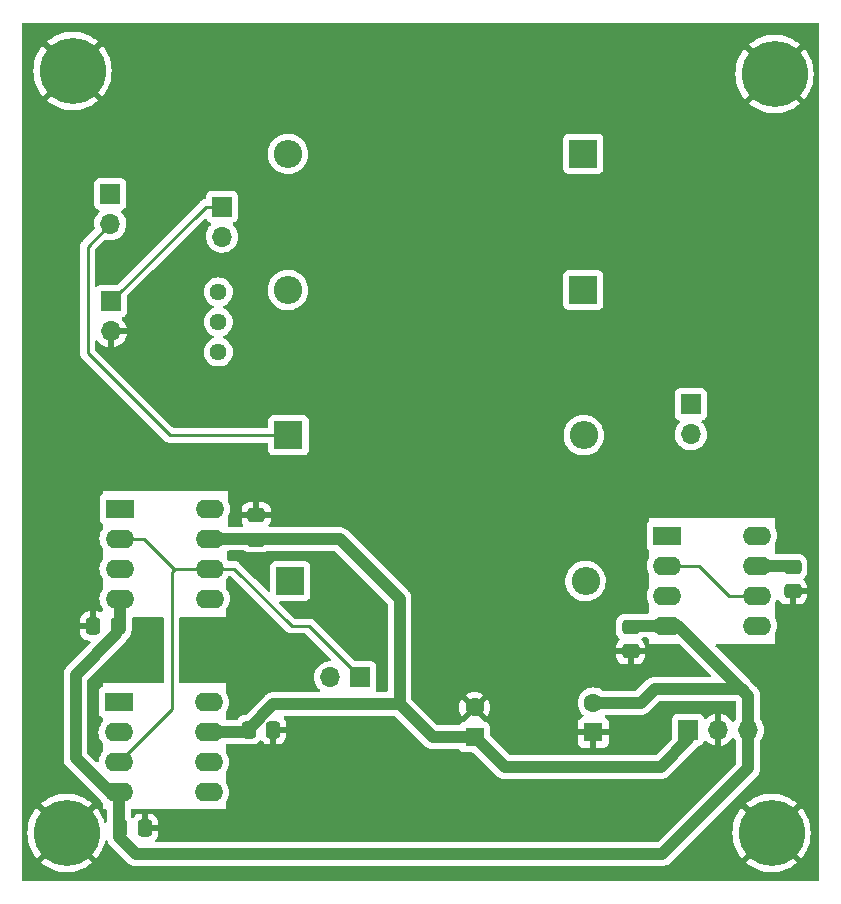
<source format=gbl>
G04 #@! TF.GenerationSoftware,KiCad,Pcbnew,(6.0.9)*
G04 #@! TF.CreationDate,2022-12-01T15:56:23+01:00*
G04 #@! TF.ProjectId,Twin-T,5477696e-2d54-42e6-9b69-6361645f7063,rev?*
G04 #@! TF.SameCoordinates,Original*
G04 #@! TF.FileFunction,Copper,L2,Bot*
G04 #@! TF.FilePolarity,Positive*
%FSLAX46Y46*%
G04 Gerber Fmt 4.6, Leading zero omitted, Abs format (unit mm)*
G04 Created by KiCad (PCBNEW (6.0.9)) date 2022-12-01 15:56:23*
%MOMM*%
%LPD*%
G01*
G04 APERTURE LIST*
G04 Aperture macros list*
%AMRoundRect*
0 Rectangle with rounded corners*
0 $1 Rounding radius*
0 $2 $3 $4 $5 $6 $7 $8 $9 X,Y pos of 4 corners*
0 Add a 4 corners polygon primitive as box body*
4,1,4,$2,$3,$4,$5,$6,$7,$8,$9,$2,$3,0*
0 Add four circle primitives for the rounded corners*
1,1,$1+$1,$2,$3*
1,1,$1+$1,$4,$5*
1,1,$1+$1,$6,$7*
1,1,$1+$1,$8,$9*
0 Add four rect primitives between the rounded corners*
20,1,$1+$1,$2,$3,$4,$5,0*
20,1,$1+$1,$4,$5,$6,$7,0*
20,1,$1+$1,$6,$7,$8,$9,0*
20,1,$1+$1,$8,$9,$2,$3,0*%
G04 Aperture macros list end*
G04 #@! TA.AperFunction,ComponentPad*
%ADD10R,1.700000X1.700000*%
G04 #@! TD*
G04 #@! TA.AperFunction,ComponentPad*
%ADD11O,1.700000X1.700000*%
G04 #@! TD*
G04 #@! TA.AperFunction,ComponentPad*
%ADD12C,1.440000*%
G04 #@! TD*
G04 #@! TA.AperFunction,ConnectorPad*
%ADD13C,5.600000*%
G04 #@! TD*
G04 #@! TA.AperFunction,ComponentPad*
%ADD14C,3.600000*%
G04 #@! TD*
G04 #@! TA.AperFunction,ComponentPad*
%ADD15R,2.400000X2.400000*%
G04 #@! TD*
G04 #@! TA.AperFunction,ComponentPad*
%ADD16O,2.400000X2.400000*%
G04 #@! TD*
G04 #@! TA.AperFunction,ComponentPad*
%ADD17R,2.400000X1.600000*%
G04 #@! TD*
G04 #@! TA.AperFunction,ComponentPad*
%ADD18O,2.400000X1.600000*%
G04 #@! TD*
G04 #@! TA.AperFunction,ComponentPad*
%ADD19R,1.600000X1.600000*%
G04 #@! TD*
G04 #@! TA.AperFunction,ComponentPad*
%ADD20C,1.600000*%
G04 #@! TD*
G04 #@! TA.AperFunction,SMDPad,CuDef*
%ADD21RoundRect,0.250000X-0.475000X0.337500X-0.475000X-0.337500X0.475000X-0.337500X0.475000X0.337500X0*%
G04 #@! TD*
G04 #@! TA.AperFunction,SMDPad,CuDef*
%ADD22RoundRect,0.250000X0.337500X0.475000X-0.337500X0.475000X-0.337500X-0.475000X0.337500X-0.475000X0*%
G04 #@! TD*
G04 #@! TA.AperFunction,SMDPad,CuDef*
%ADD23RoundRect,0.250000X0.475000X-0.337500X0.475000X0.337500X-0.475000X0.337500X-0.475000X-0.337500X0*%
G04 #@! TD*
G04 #@! TA.AperFunction,ViaPad*
%ADD24C,0.800000*%
G04 #@! TD*
G04 #@! TA.AperFunction,Conductor*
%ADD25C,1.000000*%
G04 #@! TD*
G04 #@! TA.AperFunction,Conductor*
%ADD26C,0.250000*%
G04 #@! TD*
G04 APERTURE END LIST*
D10*
X126441200Y-75488800D03*
D11*
X126441200Y-78028800D03*
D12*
X126136400Y-87792400D03*
X126136400Y-85252400D03*
X126136400Y-82712400D03*
D13*
X113792000Y-64008000D03*
D14*
X113792000Y-64008000D03*
D15*
X132232400Y-107188000D03*
D16*
X157232400Y-107188000D03*
D15*
X132076800Y-94843600D03*
D16*
X157076800Y-94843600D03*
D14*
X172974000Y-128524000D03*
D13*
X172974000Y-128524000D03*
D17*
X164119800Y-103337200D03*
D18*
X164119800Y-105877200D03*
X164119800Y-108417200D03*
X164119800Y-110957200D03*
X171739800Y-110957200D03*
X171739800Y-108417200D03*
X171739800Y-105877200D03*
X171739800Y-103337200D03*
D19*
X147828000Y-120396000D03*
D20*
X147828000Y-117896000D03*
D10*
X165912800Y-119786400D03*
D11*
X168452800Y-119786400D03*
X170992800Y-119786400D03*
D15*
X157026000Y-71018400D03*
D16*
X132026000Y-71018400D03*
D15*
X157026000Y-82550000D03*
D16*
X132026000Y-82550000D03*
D10*
X138156000Y-115341000D03*
D11*
X135616000Y-115341000D03*
D10*
X166141000Y-92222000D03*
D11*
X166141000Y-94762000D03*
D10*
X117043200Y-83515200D03*
D11*
X117043200Y-86055200D03*
D19*
X157886400Y-120003580D03*
D20*
X157886400Y-117503580D03*
D13*
X173228000Y-64262000D03*
D14*
X173228000Y-64262000D03*
D10*
X116992400Y-74422000D03*
D11*
X116992400Y-76962000D03*
D17*
X117703600Y-117449600D03*
D18*
X117703600Y-119989600D03*
X117703600Y-122529600D03*
X117703600Y-125069600D03*
X125323600Y-125069600D03*
X125323600Y-122529600D03*
X125323600Y-119989600D03*
X125323600Y-117449600D03*
D14*
X113284000Y-128524000D03*
D13*
X113284000Y-128524000D03*
D17*
X117790200Y-101051200D03*
D18*
X117790200Y-103591200D03*
X117790200Y-106131200D03*
X117790200Y-108671200D03*
X125410200Y-108671200D03*
X125410200Y-106131200D03*
X125410200Y-103591200D03*
X125410200Y-101051200D03*
D21*
X174752000Y-105998100D03*
X174752000Y-108073100D03*
D22*
X119909500Y-128117600D03*
X117834500Y-128117600D03*
D21*
X161036000Y-111078100D03*
X161036000Y-113153100D03*
D22*
X117623500Y-110998000D03*
X115548500Y-110998000D03*
X130780700Y-119786400D03*
X128705700Y-119786400D03*
D23*
X129336800Y-103675000D03*
X129336800Y-101600000D03*
D24*
X157226000Y-64516000D03*
X175006000Y-69596000D03*
X149352000Y-84836000D03*
X140462000Y-105156000D03*
X111506000Y-120142000D03*
X175006000Y-79502000D03*
X162306000Y-64516000D03*
X111506000Y-99822000D03*
X111506000Y-94996000D03*
X149606000Y-110236000D03*
X149606000Y-105156000D03*
X124714000Y-114046000D03*
X111506000Y-74422000D03*
X111506000Y-69596000D03*
X175006000Y-84836000D03*
X144526000Y-125476000D03*
X137160000Y-64516000D03*
X175006000Y-115316000D03*
X167132000Y-64516000D03*
X111506000Y-79756000D03*
X139700000Y-125476000D03*
X131826000Y-64516000D03*
X111506000Y-89662000D03*
X175006000Y-110236000D03*
X126746000Y-64516000D03*
X175006000Y-89662000D03*
X147320000Y-64516000D03*
X142240000Y-64516000D03*
X154686000Y-125476000D03*
X149606000Y-97536000D03*
X134112000Y-125476000D03*
X175006000Y-120650000D03*
X159766000Y-125476000D03*
X175006000Y-74676000D03*
X111506000Y-110236000D03*
X139446000Y-97536000D03*
X111506000Y-84582000D03*
X139446000Y-84836000D03*
X119634000Y-114046000D03*
X175006000Y-94996000D03*
X111506000Y-115316000D03*
X165100000Y-125476000D03*
X132334000Y-114046000D03*
X149352000Y-79756000D03*
X149606000Y-125476000D03*
X175260000Y-100076000D03*
X149352000Y-73660000D03*
X111506000Y-105156000D03*
X139446000Y-92456000D03*
X121666000Y-64516000D03*
X137160000Y-110490000D03*
X152146000Y-64516000D03*
X139446000Y-79756000D03*
X149352000Y-68580000D03*
X139700000Y-68580000D03*
X139700000Y-73660000D03*
X149606000Y-92456000D03*
D25*
X165059200Y-110957200D02*
X170992800Y-116890800D01*
X170992800Y-116890800D02*
X170434000Y-116332000D01*
D26*
X117471100Y-111607600D02*
X117790200Y-111288500D01*
D25*
X117471100Y-111688603D02*
X117471100Y-111607600D01*
X114046000Y-122174000D02*
X114046000Y-115113703D01*
X117703600Y-128109800D02*
X117703600Y-125069600D01*
X116941600Y-125069600D02*
X114046000Y-122174000D01*
X117703600Y-125069600D02*
X116941600Y-125069600D01*
X170992800Y-119786400D02*
X170992800Y-123023900D01*
X114046000Y-115113703D02*
X117471100Y-111688603D01*
X117711400Y-128887400D02*
X117711400Y-128117600D01*
X163068000Y-116332000D02*
X161896420Y-117503580D01*
X161896420Y-117503580D02*
X157886400Y-117503580D01*
D26*
X117703600Y-128109800D02*
X117711400Y-128117600D01*
D25*
X170992800Y-116890800D02*
X170992800Y-119786400D01*
X163714700Y-130302000D02*
X119126000Y-130302000D01*
D26*
X161036000Y-111078100D02*
X161156900Y-110957200D01*
D25*
X119126000Y-130302000D02*
X117711400Y-128887400D01*
X117790200Y-111288500D02*
X117790200Y-108671200D01*
X161156900Y-110957200D02*
X164119800Y-110957200D01*
X170992800Y-123023900D02*
X163714700Y-130302000D01*
X170434000Y-116332000D02*
X163068000Y-116332000D01*
D26*
X164119800Y-110957200D02*
X165059200Y-110957200D01*
D25*
X130809097Y-117602000D02*
X128705700Y-119705397D01*
X141478000Y-108712000D02*
X141478000Y-117602000D01*
X147828000Y-120396000D02*
X144272000Y-120396000D01*
X129253000Y-103591200D02*
X125410200Y-103591200D01*
X128705700Y-119705397D02*
X128705700Y-119786400D01*
D26*
X128705700Y-119786400D02*
X128502500Y-119989600D01*
D25*
X141478000Y-117602000D02*
X130809097Y-117602000D01*
D26*
X165912800Y-119786400D02*
X165912800Y-120599200D01*
D25*
X165912800Y-120599200D02*
X163576000Y-122936000D01*
D26*
X129336800Y-103675000D02*
X129253000Y-103591200D01*
D25*
X171739800Y-105877200D02*
X174631100Y-105877200D01*
X144272000Y-120396000D02*
X141478000Y-117602000D01*
X128502500Y-119989600D02*
X125323600Y-119989600D01*
X150368000Y-122936000D02*
X147828000Y-120396000D01*
X136398000Y-103632000D02*
X129379800Y-103632000D01*
X129379800Y-103632000D02*
X129336800Y-103675000D01*
X163576000Y-122936000D02*
X150368000Y-122936000D01*
D26*
X174631100Y-105877200D02*
X174752000Y-105998100D01*
D25*
X136398000Y-103632000D02*
X141478000Y-108712000D01*
D26*
X126441200Y-75488800D02*
X125069600Y-75488800D01*
X125069600Y-75488800D02*
X117043200Y-83515200D01*
X116992400Y-76962000D02*
X115062000Y-78892400D01*
X115062000Y-78892400D02*
X115062000Y-87884000D01*
X115062000Y-87884000D02*
X122021600Y-94843600D01*
X122021600Y-94843600D02*
X132076800Y-94843600D01*
X169377200Y-108417200D02*
X171739800Y-108417200D01*
X164119800Y-105877200D02*
X166837200Y-105877200D01*
X166837200Y-105877200D02*
X169377200Y-108417200D01*
X122387200Y-106131200D02*
X122468800Y-106131200D01*
X122174000Y-118059200D02*
X122174000Y-106426000D01*
X127467200Y-106131200D02*
X125410200Y-106131200D01*
X138156000Y-115341000D02*
X133813000Y-110998000D01*
X117703600Y-122529600D02*
X122174000Y-118059200D01*
X122468800Y-106131200D02*
X125410200Y-106131200D01*
X117790200Y-103591200D02*
X119847200Y-103591200D01*
X122174000Y-106426000D02*
X122468800Y-106131200D01*
X132334000Y-110998000D02*
X127467200Y-106131200D01*
X119847200Y-103591200D02*
X122387200Y-106131200D01*
X133813000Y-110998000D02*
X132334000Y-110998000D01*
G04 #@! TA.AperFunction,Conductor*
G36*
X176979621Y-59964502D02*
G01*
X177026114Y-60018158D01*
X177037500Y-60070500D01*
X177037500Y-132461500D01*
X177017498Y-132529621D01*
X176963842Y-132576114D01*
X176911500Y-132587500D01*
X109600500Y-132587500D01*
X109532379Y-132567498D01*
X109485886Y-132513842D01*
X109474500Y-132461500D01*
X109474500Y-131040381D01*
X111133160Y-131040381D01*
X111133237Y-131041470D01*
X111135698Y-131045206D01*
X111409632Y-131255404D01*
X111415262Y-131259259D01*
X111715591Y-131441862D01*
X111721593Y-131445080D01*
X112039897Y-131594184D01*
X112046202Y-131596732D01*
X112378743Y-131710587D01*
X112385313Y-131712446D01*
X112728183Y-131789714D01*
X112734912Y-131790853D01*
X113084143Y-131830643D01*
X113090933Y-131831046D01*
X113442419Y-131832886D01*
X113449220Y-131832554D01*
X113798853Y-131796423D01*
X113805581Y-131795357D01*
X114149274Y-131721676D01*
X114155822Y-131719897D01*
X114489549Y-131609527D01*
X114495891Y-131607041D01*
X114815718Y-131461288D01*
X114821777Y-131458121D01*
X115123995Y-131278676D01*
X115129659Y-131274884D01*
X115410732Y-131063849D01*
X115415958Y-131059464D01*
X115425613Y-131050428D01*
X115433682Y-131036750D01*
X115433654Y-131036024D01*
X115428512Y-131027723D01*
X113296810Y-128896020D01*
X113282869Y-128888408D01*
X113281034Y-128888539D01*
X113274420Y-128892790D01*
X111140774Y-131026437D01*
X111133160Y-131040381D01*
X109474500Y-131040381D01*
X109474500Y-128515832D01*
X109971333Y-128515832D01*
X109989117Y-128866893D01*
X109989827Y-128873649D01*
X110045420Y-129220723D01*
X110046859Y-129227378D01*
X110139608Y-129566410D01*
X110141757Y-129572871D01*
X110270581Y-129899912D01*
X110273412Y-129906095D01*
X110436803Y-130217310D01*
X110440286Y-130223152D01*
X110636330Y-130514896D01*
X110640433Y-130520340D01*
X110760425Y-130662836D01*
X110773164Y-130671279D01*
X110783608Y-130665181D01*
X112911980Y-128536810D01*
X112919592Y-128522869D01*
X112919461Y-128521034D01*
X112915210Y-128514420D01*
X110784992Y-126384203D01*
X110771455Y-126376811D01*
X110761753Y-126383599D01*
X110654430Y-126509257D01*
X110650296Y-126514664D01*
X110452215Y-126805041D01*
X110448697Y-126810851D01*
X110283134Y-127120922D01*
X110280259Y-127127087D01*
X110149155Y-127453218D01*
X110146962Y-127459658D01*
X110051846Y-127798044D01*
X110050363Y-127804679D01*
X109992350Y-128151354D01*
X109991591Y-128158126D01*
X109971357Y-128509037D01*
X109971333Y-128515832D01*
X109474500Y-128515832D01*
X109474500Y-126010862D01*
X111133950Y-126010862D01*
X111133986Y-126011704D01*
X111139037Y-126019826D01*
X113271190Y-128151980D01*
X113285131Y-128159592D01*
X113286966Y-128159461D01*
X113293580Y-128155210D01*
X114130136Y-127318654D01*
X115426798Y-126021991D01*
X115434412Y-126008047D01*
X115434344Y-126007090D01*
X115429834Y-126000271D01*
X115428418Y-125999065D01*
X115148813Y-125786064D01*
X115143187Y-125782240D01*
X114842214Y-125600681D01*
X114836202Y-125597484D01*
X114517370Y-125449487D01*
X114511070Y-125446967D01*
X114178129Y-125334273D01*
X114171551Y-125332437D01*
X113828417Y-125256367D01*
X113821678Y-125255251D01*
X113472310Y-125216680D01*
X113465529Y-125216301D01*
X113114015Y-125215687D01*
X113107242Y-125216042D01*
X112757720Y-125253395D01*
X112751010Y-125254482D01*
X112407586Y-125329361D01*
X112401011Y-125331172D01*
X112067683Y-125442702D01*
X112061361Y-125445205D01*
X111742034Y-125592079D01*
X111735991Y-125595265D01*
X111434401Y-125775763D01*
X111428755Y-125779571D01*
X111148408Y-125991596D01*
X111143211Y-125995987D01*
X111141972Y-125997155D01*
X111133950Y-126010862D01*
X109474500Y-126010862D01*
X109474500Y-115110165D01*
X113032626Y-115110165D01*
X113033206Y-115116296D01*
X113036941Y-115155812D01*
X113037500Y-115167670D01*
X113037500Y-122112157D01*
X113036763Y-122125764D01*
X113032676Y-122163388D01*
X113033213Y-122169523D01*
X113037050Y-122213388D01*
X113037379Y-122218214D01*
X113037500Y-122220686D01*
X113037500Y-122223769D01*
X113037801Y-122226837D01*
X113041690Y-122266506D01*
X113041812Y-122267819D01*
X113045240Y-122306994D01*
X113049913Y-122360413D01*
X113051400Y-122365532D01*
X113051920Y-122370833D01*
X113078791Y-122459834D01*
X113079126Y-122460967D01*
X113097476Y-122524125D01*
X113105091Y-122550336D01*
X113107544Y-122555068D01*
X113109084Y-122560169D01*
X113111978Y-122565612D01*
X113152731Y-122642260D01*
X113153343Y-122643426D01*
X113196108Y-122725926D01*
X113199431Y-122730089D01*
X113201934Y-122734796D01*
X113260755Y-122806918D01*
X113261446Y-122807774D01*
X113292738Y-122846973D01*
X113295242Y-122849477D01*
X113295884Y-122850195D01*
X113299585Y-122854528D01*
X113326935Y-122888062D01*
X113331682Y-122891989D01*
X113331684Y-122891991D01*
X113362262Y-122917287D01*
X113371042Y-122925277D01*
X116147407Y-125701641D01*
X116165627Y-125725385D01*
X116166077Y-125726349D01*
X116169229Y-125730850D01*
X116169231Y-125730854D01*
X116205212Y-125782240D01*
X116297402Y-125913900D01*
X116301293Y-125917791D01*
X116302519Y-125919252D01*
X116330986Y-125984292D01*
X116332000Y-126000246D01*
X116332000Y-126492000D01*
X116569100Y-126492000D01*
X116637221Y-126512002D01*
X116683714Y-126565658D01*
X116695100Y-126618000D01*
X116695100Y-127519697D01*
X116675098Y-127587818D01*
X116621442Y-127634311D01*
X116551168Y-127644415D01*
X116486588Y-127614921D01*
X116447683Y-127553369D01*
X116424736Y-127470627D01*
X116422562Y-127464163D01*
X116292598Y-127137578D01*
X116289742Y-127131398D01*
X116125269Y-126820763D01*
X116121769Y-126814937D01*
X115924697Y-126523862D01*
X115920590Y-126518453D01*
X115807565Y-126385179D01*
X115794740Y-126376743D01*
X115784416Y-126382795D01*
X113656020Y-128511190D01*
X113648408Y-128525131D01*
X113648539Y-128526966D01*
X113652790Y-128533580D01*
X115783009Y-130663798D01*
X115796605Y-130671223D01*
X115806218Y-130664522D01*
X115906518Y-130547912D01*
X115910676Y-130542514D01*
X116109762Y-130252840D01*
X116113310Y-130247029D01*
X116279942Y-129937559D01*
X116282849Y-129931381D01*
X116415090Y-129605713D01*
X116417304Y-129599283D01*
X116513598Y-129261237D01*
X116515107Y-129254599D01*
X116516400Y-129247035D01*
X116547596Y-129183259D01*
X116608320Y-129146474D01*
X116679291Y-129148357D01*
X116737978Y-129188312D01*
X116761595Y-129233117D01*
X116767839Y-129254607D01*
X116770491Y-129263736D01*
X116772944Y-129268468D01*
X116774484Y-129273569D01*
X116777378Y-129279012D01*
X116818131Y-129355660D01*
X116818743Y-129356826D01*
X116861508Y-129439326D01*
X116864831Y-129443489D01*
X116867334Y-129448196D01*
X116926155Y-129520318D01*
X116926846Y-129521174D01*
X116958138Y-129560373D01*
X116960642Y-129562877D01*
X116961284Y-129563595D01*
X116964985Y-129567928D01*
X116992335Y-129601462D01*
X116997082Y-129605389D01*
X116997084Y-129605391D01*
X117027662Y-129630687D01*
X117036442Y-129638677D01*
X118369149Y-130971384D01*
X118378251Y-130981527D01*
X118401968Y-131011025D01*
X118440450Y-131043315D01*
X118444062Y-131046467D01*
X118445888Y-131048123D01*
X118448075Y-131050310D01*
X118450458Y-131052267D01*
X118450463Y-131052272D01*
X118481268Y-131077576D01*
X118482252Y-131078393D01*
X118553474Y-131138154D01*
X118558147Y-131140723D01*
X118562262Y-131144103D01*
X118567691Y-131147014D01*
X118567694Y-131147016D01*
X118644180Y-131188028D01*
X118645338Y-131188657D01*
X118721388Y-131230465D01*
X118726787Y-131233433D01*
X118731865Y-131235044D01*
X118736563Y-131237563D01*
X118825498Y-131264753D01*
X118826702Y-131265128D01*
X118915306Y-131293235D01*
X118920597Y-131293828D01*
X118925698Y-131295388D01*
X119018311Y-131304795D01*
X119019431Y-131304915D01*
X119069227Y-131310500D01*
X119072756Y-131310500D01*
X119073739Y-131310555D01*
X119079426Y-131311003D01*
X119099683Y-131313060D01*
X119116336Y-131314752D01*
X119116339Y-131314752D01*
X119122463Y-131315374D01*
X119168112Y-131311059D01*
X119179969Y-131310500D01*
X163652857Y-131310500D01*
X163666464Y-131311237D01*
X163697962Y-131314659D01*
X163697967Y-131314659D01*
X163704088Y-131315324D01*
X163730338Y-131313027D01*
X163754088Y-131310950D01*
X163758914Y-131310621D01*
X163761386Y-131310500D01*
X163764469Y-131310500D01*
X163776438Y-131309326D01*
X163807206Y-131306310D01*
X163808519Y-131306188D01*
X163852784Y-131302315D01*
X163901113Y-131298087D01*
X163906232Y-131296600D01*
X163911533Y-131296080D01*
X164000534Y-131269209D01*
X164001667Y-131268874D01*
X164085114Y-131244630D01*
X164085118Y-131244628D01*
X164091036Y-131242909D01*
X164095768Y-131240456D01*
X164100869Y-131238916D01*
X164113060Y-131232434D01*
X164182960Y-131195269D01*
X164184126Y-131194657D01*
X164261153Y-131154729D01*
X164266626Y-131151892D01*
X164270789Y-131148569D01*
X164275496Y-131146066D01*
X164347618Y-131087245D01*
X164348474Y-131086554D01*
X164387673Y-131055262D01*
X164390177Y-131052758D01*
X164390895Y-131052116D01*
X164395228Y-131048415D01*
X164405079Y-131040381D01*
X170823160Y-131040381D01*
X170823237Y-131041470D01*
X170825698Y-131045206D01*
X171099632Y-131255404D01*
X171105262Y-131259259D01*
X171405591Y-131441862D01*
X171411593Y-131445080D01*
X171729897Y-131594184D01*
X171736202Y-131596732D01*
X172068743Y-131710587D01*
X172075313Y-131712446D01*
X172418183Y-131789714D01*
X172424912Y-131790853D01*
X172774143Y-131830643D01*
X172780933Y-131831046D01*
X173132419Y-131832886D01*
X173139220Y-131832554D01*
X173488853Y-131796423D01*
X173495581Y-131795357D01*
X173839274Y-131721676D01*
X173845822Y-131719897D01*
X174179549Y-131609527D01*
X174185891Y-131607041D01*
X174505718Y-131461288D01*
X174511777Y-131458121D01*
X174813995Y-131278676D01*
X174819659Y-131274884D01*
X175100732Y-131063849D01*
X175105958Y-131059464D01*
X175115613Y-131050428D01*
X175123682Y-131036750D01*
X175123654Y-131036024D01*
X175118512Y-131027723D01*
X172986810Y-128896020D01*
X172972869Y-128888408D01*
X172971034Y-128888539D01*
X172964420Y-128892790D01*
X170830774Y-131026437D01*
X170823160Y-131040381D01*
X164405079Y-131040381D01*
X164428762Y-131021065D01*
X164457988Y-130985737D01*
X164465977Y-130976958D01*
X166927103Y-128515832D01*
X169661333Y-128515832D01*
X169679117Y-128866893D01*
X169679827Y-128873649D01*
X169735420Y-129220723D01*
X169736859Y-129227378D01*
X169829608Y-129566410D01*
X169831757Y-129572871D01*
X169960581Y-129899912D01*
X169963412Y-129906095D01*
X170126803Y-130217310D01*
X170130286Y-130223152D01*
X170326330Y-130514896D01*
X170330433Y-130520340D01*
X170450425Y-130662836D01*
X170463164Y-130671279D01*
X170473608Y-130665181D01*
X172601980Y-128536810D01*
X172608357Y-128525131D01*
X173338408Y-128525131D01*
X173338539Y-128526966D01*
X173342790Y-128533580D01*
X175473009Y-130663798D01*
X175486605Y-130671223D01*
X175496218Y-130664522D01*
X175596518Y-130547912D01*
X175600676Y-130542514D01*
X175799762Y-130252840D01*
X175803310Y-130247029D01*
X175969942Y-129937559D01*
X175972849Y-129931381D01*
X176105090Y-129605713D01*
X176107304Y-129599283D01*
X176203598Y-129261237D01*
X176205105Y-129254607D01*
X176264332Y-128908118D01*
X176265112Y-128901378D01*
X176286668Y-128548925D01*
X176286784Y-128545323D01*
X176286853Y-128525819D01*
X176286761Y-128522194D01*
X176267666Y-128169615D01*
X176266931Y-128162849D01*
X176210130Y-127815985D01*
X176208663Y-127809313D01*
X176114736Y-127470627D01*
X176112562Y-127464163D01*
X175982598Y-127137578D01*
X175979742Y-127131398D01*
X175815269Y-126820763D01*
X175811769Y-126814937D01*
X175614697Y-126523862D01*
X175610590Y-126518453D01*
X175497565Y-126385179D01*
X175484740Y-126376743D01*
X175474416Y-126382795D01*
X173346020Y-128511190D01*
X173338408Y-128525131D01*
X172608357Y-128525131D01*
X172609592Y-128522869D01*
X172609461Y-128521034D01*
X172605210Y-128514420D01*
X170474992Y-126384203D01*
X170461455Y-126376811D01*
X170451753Y-126383599D01*
X170344430Y-126509257D01*
X170340296Y-126514664D01*
X170142215Y-126805041D01*
X170138697Y-126810851D01*
X169973134Y-127120922D01*
X169970259Y-127127087D01*
X169839155Y-127453218D01*
X169836962Y-127459658D01*
X169741846Y-127798044D01*
X169740363Y-127804679D01*
X169682350Y-128151354D01*
X169681591Y-128158126D01*
X169661357Y-128509037D01*
X169661333Y-128515832D01*
X166927103Y-128515832D01*
X169432072Y-126010862D01*
X170823950Y-126010862D01*
X170823986Y-126011704D01*
X170829037Y-126019826D01*
X172127864Y-127318654D01*
X172961190Y-128151980D01*
X172975131Y-128159592D01*
X172976966Y-128159461D01*
X172983580Y-128155210D01*
X175116798Y-126021991D01*
X175124412Y-126008047D01*
X175124344Y-126007089D01*
X175119836Y-126000272D01*
X175118418Y-125999065D01*
X174838813Y-125786064D01*
X174833187Y-125782240D01*
X174532214Y-125600681D01*
X174526202Y-125597484D01*
X174207370Y-125449487D01*
X174201070Y-125446967D01*
X173868129Y-125334273D01*
X173861551Y-125332437D01*
X173518417Y-125256367D01*
X173511678Y-125255251D01*
X173162310Y-125216680D01*
X173155529Y-125216301D01*
X172804015Y-125215687D01*
X172797242Y-125216042D01*
X172447720Y-125253395D01*
X172441010Y-125254482D01*
X172097586Y-125329361D01*
X172091011Y-125331172D01*
X171757683Y-125442702D01*
X171751361Y-125445205D01*
X171432034Y-125592079D01*
X171425991Y-125595265D01*
X171124401Y-125775763D01*
X171118755Y-125779571D01*
X170838408Y-125991596D01*
X170833211Y-125995987D01*
X170831972Y-125997155D01*
X170823950Y-126010862D01*
X169432072Y-126010862D01*
X171662179Y-123780755D01*
X171672322Y-123771653D01*
X171697018Y-123751797D01*
X171701825Y-123747932D01*
X171734092Y-123709478D01*
X171737272Y-123705831D01*
X171738915Y-123704019D01*
X171741109Y-123701825D01*
X171768442Y-123668551D01*
X171769148Y-123667700D01*
X171776484Y-123658958D01*
X171828954Y-123596426D01*
X171831522Y-123591756D01*
X171834903Y-123587639D01*
X171878815Y-123505742D01*
X171879424Y-123504620D01*
X171921266Y-123428511D01*
X171921268Y-123428506D01*
X171924233Y-123423113D01*
X171925844Y-123418035D01*
X171928363Y-123413337D01*
X171955553Y-123324402D01*
X171955936Y-123323172D01*
X171982171Y-123240470D01*
X171984035Y-123234594D01*
X171984628Y-123229303D01*
X171986188Y-123224202D01*
X171995595Y-123131589D01*
X171995715Y-123130469D01*
X172001300Y-123080673D01*
X172001300Y-123077144D01*
X172001355Y-123076161D01*
X172001804Y-123070456D01*
X172005552Y-123033564D01*
X172005552Y-123033561D01*
X172006174Y-123027437D01*
X172001859Y-122981788D01*
X172001300Y-122969931D01*
X172001300Y-120750370D01*
X172021302Y-120682249D01*
X172029260Y-120671520D01*
X172030896Y-120669889D01*
X172161253Y-120488477D01*
X172174795Y-120461078D01*
X172257936Y-120292853D01*
X172257937Y-120292851D01*
X172260230Y-120288211D01*
X172325170Y-120074469D01*
X172354329Y-119852990D01*
X172355956Y-119786400D01*
X172337652Y-119563761D01*
X172283231Y-119347102D01*
X172194154Y-119142240D01*
X172072814Y-118954677D01*
X172069332Y-118950850D01*
X172034106Y-118912137D01*
X172003054Y-118848291D01*
X172001300Y-118827338D01*
X172001300Y-116952650D01*
X172002037Y-116939042D01*
X172005460Y-116907537D01*
X172005460Y-116907533D01*
X172006125Y-116901412D01*
X172004169Y-116879046D01*
X172001749Y-116851389D01*
X172001419Y-116846552D01*
X172001300Y-116844114D01*
X172001300Y-116841031D01*
X172001000Y-116837969D01*
X171997118Y-116798380D01*
X171996996Y-116797065D01*
X171989425Y-116710523D01*
X171989425Y-116710521D01*
X171988888Y-116704387D01*
X171987399Y-116699263D01*
X171986880Y-116693967D01*
X171959984Y-116604883D01*
X171959670Y-116603822D01*
X171957923Y-116597809D01*
X171933709Y-116514464D01*
X171931256Y-116509732D01*
X171929716Y-116504631D01*
X171924182Y-116494223D01*
X171886069Y-116422540D01*
X171885457Y-116421374D01*
X171845529Y-116344347D01*
X171842692Y-116338874D01*
X171839369Y-116334711D01*
X171836866Y-116330004D01*
X171828170Y-116319341D01*
X171778061Y-116257902D01*
X171777233Y-116256875D01*
X171748269Y-116220592D01*
X171748264Y-116220587D01*
X171746062Y-116217828D01*
X171743561Y-116215327D01*
X171742919Y-116214609D01*
X171739206Y-116210261D01*
X171730009Y-116198985D01*
X171711865Y-116176738D01*
X171707123Y-116172815D01*
X171707121Y-116172813D01*
X171676527Y-116147503D01*
X171667747Y-116139513D01*
X171190855Y-115662621D01*
X171181753Y-115652478D01*
X171161897Y-115627782D01*
X171158032Y-115622975D01*
X171119840Y-115590928D01*
X171111736Y-115583502D01*
X168265329Y-112737095D01*
X168231303Y-112674783D01*
X168236368Y-112603968D01*
X168278915Y-112547132D01*
X168345435Y-112522321D01*
X168354424Y-112522000D01*
X173228000Y-112522000D01*
X173228000Y-111724117D01*
X173250787Y-111651846D01*
X173251028Y-111651502D01*
X173277323Y-111613949D01*
X173279646Y-111608967D01*
X173279649Y-111608962D01*
X173371761Y-111411425D01*
X173371761Y-111411424D01*
X173374084Y-111406443D01*
X173376072Y-111399026D01*
X173431919Y-111190602D01*
X173431919Y-111190600D01*
X173433343Y-111185287D01*
X173453298Y-110957200D01*
X173433343Y-110729113D01*
X173393177Y-110579211D01*
X173375507Y-110513267D01*
X173375506Y-110513265D01*
X173374084Y-110507957D01*
X173357155Y-110471652D01*
X173279649Y-110305438D01*
X173279646Y-110305433D01*
X173277323Y-110300451D01*
X173250787Y-110262554D01*
X173228000Y-110190283D01*
X173228000Y-109184117D01*
X173250787Y-109111846D01*
X173274166Y-109078457D01*
X173277323Y-109073949D01*
X173279646Y-109068967D01*
X173279649Y-109068962D01*
X173371761Y-108871425D01*
X173371761Y-108871424D01*
X173374084Y-108866443D01*
X173375506Y-108861138D01*
X173375508Y-108861131D01*
X173387341Y-108816967D01*
X173424292Y-108756344D01*
X173488153Y-108725322D01*
X173558647Y-108733750D01*
X173616192Y-108783273D01*
X173675066Y-108878410D01*
X173684099Y-108889808D01*
X173798829Y-109004339D01*
X173810240Y-109013351D01*
X173948243Y-109098416D01*
X173961424Y-109104563D01*
X174115710Y-109155738D01*
X174129086Y-109158605D01*
X174223438Y-109168272D01*
X174229854Y-109168600D01*
X174479885Y-109168600D01*
X174495124Y-109164125D01*
X174496329Y-109162735D01*
X174498000Y-109155052D01*
X174498000Y-109150484D01*
X175006000Y-109150484D01*
X175010475Y-109165723D01*
X175011865Y-109166928D01*
X175019548Y-109168599D01*
X175274095Y-109168599D01*
X175280614Y-109168262D01*
X175376206Y-109158343D01*
X175389600Y-109155451D01*
X175543784Y-109104012D01*
X175556962Y-109097839D01*
X175694807Y-109012537D01*
X175706208Y-109003501D01*
X175820739Y-108888771D01*
X175829751Y-108877360D01*
X175914816Y-108739357D01*
X175920963Y-108726176D01*
X175972138Y-108571890D01*
X175975005Y-108558514D01*
X175984672Y-108464162D01*
X175985000Y-108457746D01*
X175985000Y-108345215D01*
X175980525Y-108329976D01*
X175979135Y-108328771D01*
X175971452Y-108327100D01*
X175024115Y-108327100D01*
X175008876Y-108331575D01*
X175007671Y-108332965D01*
X175006000Y-108340648D01*
X175006000Y-109150484D01*
X174498000Y-109150484D01*
X174498000Y-107945100D01*
X174518002Y-107876979D01*
X174571658Y-107830486D01*
X174624000Y-107819100D01*
X175966884Y-107819100D01*
X175982123Y-107814625D01*
X175983328Y-107813235D01*
X175984999Y-107805552D01*
X175984999Y-107688505D01*
X175984662Y-107681986D01*
X175974743Y-107586394D01*
X175971851Y-107573000D01*
X175920412Y-107418816D01*
X175914239Y-107405638D01*
X175828937Y-107267793D01*
X175819901Y-107256392D01*
X175705172Y-107141862D01*
X175696238Y-107134806D01*
X175655177Y-107076888D01*
X175651947Y-107005965D01*
X175687574Y-106944554D01*
X175695407Y-106937754D01*
X175701348Y-106934078D01*
X175826305Y-106808903D01*
X175842295Y-106782962D01*
X175915275Y-106664568D01*
X175915276Y-106664566D01*
X175919115Y-106658338D01*
X175946713Y-106575133D01*
X175972632Y-106496989D01*
X175972632Y-106496987D01*
X175974797Y-106490461D01*
X175985500Y-106386000D01*
X175985500Y-105610200D01*
X175984386Y-105599464D01*
X175975238Y-105511292D01*
X175975237Y-105511288D01*
X175974526Y-105504434D01*
X175972280Y-105497700D01*
X175920868Y-105343602D01*
X175918550Y-105336654D01*
X175825478Y-105186252D01*
X175700303Y-105061295D01*
X175549738Y-104968485D01*
X175469995Y-104942036D01*
X175388389Y-104914968D01*
X175388387Y-104914968D01*
X175381861Y-104912803D01*
X175375025Y-104912103D01*
X175375022Y-104912102D01*
X175331969Y-104907691D01*
X175277400Y-104902100D01*
X174912164Y-104902100D01*
X174874065Y-104896202D01*
X174847664Y-104887827D01*
X174847663Y-104887827D01*
X174841794Y-104885965D01*
X174687873Y-104868700D01*
X173354000Y-104868700D01*
X173285879Y-104848698D01*
X173239386Y-104795042D01*
X173228000Y-104742700D01*
X173228000Y-104104117D01*
X173250787Y-104031846D01*
X173274166Y-103998457D01*
X173277323Y-103993949D01*
X173279646Y-103988967D01*
X173279649Y-103988962D01*
X173371761Y-103791425D01*
X173371761Y-103791424D01*
X173374084Y-103786443D01*
X173433343Y-103565287D01*
X173453298Y-103337200D01*
X173433343Y-103109113D01*
X173392796Y-102957790D01*
X173375507Y-102893267D01*
X173375506Y-102893265D01*
X173374084Y-102887957D01*
X173342939Y-102821166D01*
X173279649Y-102685438D01*
X173279646Y-102685433D01*
X173277323Y-102680451D01*
X173250787Y-102642554D01*
X173228000Y-102570283D01*
X173228000Y-101854000D01*
X162560000Y-101854000D01*
X162560000Y-102127346D01*
X162539998Y-102195467D01*
X162534830Y-102202905D01*
X162469185Y-102290495D01*
X162418055Y-102426884D01*
X162411300Y-102489066D01*
X162411300Y-104185334D01*
X162418055Y-104247516D01*
X162469185Y-104383905D01*
X162474571Y-104391091D01*
X162534826Y-104471489D01*
X162559674Y-104537995D01*
X162560000Y-104547054D01*
X162560000Y-105240291D01*
X162548195Y-105293540D01*
X162536302Y-105319046D01*
X162485516Y-105427957D01*
X162459923Y-105523470D01*
X162439561Y-105599464D01*
X162426257Y-105649113D01*
X162406302Y-105877200D01*
X162426257Y-106105287D01*
X162485516Y-106326443D01*
X162487841Y-106331428D01*
X162487842Y-106331432D01*
X162548195Y-106460860D01*
X162560000Y-106514109D01*
X162560000Y-107780291D01*
X162548195Y-107833540D01*
X162485516Y-107967957D01*
X162473058Y-108014451D01*
X162432572Y-108165547D01*
X162426257Y-108189113D01*
X162406302Y-108417200D01*
X162426257Y-108645287D01*
X162427681Y-108650600D01*
X162427681Y-108650602D01*
X162433200Y-108671200D01*
X162485516Y-108866443D01*
X162487839Y-108871425D01*
X162487842Y-108871432D01*
X162548195Y-109000860D01*
X162560000Y-109054109D01*
X162560000Y-109822700D01*
X162539998Y-109890821D01*
X162486342Y-109937314D01*
X162434000Y-109948700D01*
X161107131Y-109948700D01*
X161104075Y-109949000D01*
X161104068Y-109949000D01*
X161045560Y-109954737D01*
X160960067Y-109963120D01*
X160954166Y-109964902D01*
X160954164Y-109964902D01*
X160915015Y-109976722D01*
X160878597Y-109982100D01*
X160510600Y-109982100D01*
X160507354Y-109982437D01*
X160507350Y-109982437D01*
X160411692Y-109992362D01*
X160411688Y-109992363D01*
X160404834Y-109993074D01*
X160398298Y-109995255D01*
X160398296Y-109995255D01*
X160266194Y-110039328D01*
X160237054Y-110049050D01*
X160086652Y-110142122D01*
X159961695Y-110267297D01*
X159957855Y-110273527D01*
X159957854Y-110273528D01*
X159877242Y-110404305D01*
X159868885Y-110417862D01*
X159864585Y-110430826D01*
X159827374Y-110543016D01*
X159813203Y-110585739D01*
X159802500Y-110690200D01*
X159802500Y-111466000D01*
X159802837Y-111469246D01*
X159802837Y-111469250D01*
X159808554Y-111524346D01*
X159813474Y-111571766D01*
X159815655Y-111578302D01*
X159815655Y-111578304D01*
X159840076Y-111651502D01*
X159869450Y-111739546D01*
X159962522Y-111889948D01*
X160087697Y-112014905D01*
X160092235Y-112017702D01*
X160132824Y-112074953D01*
X160136054Y-112145876D01*
X160100428Y-112207287D01*
X160091932Y-112214662D01*
X160081793Y-112222698D01*
X159967261Y-112337429D01*
X159958249Y-112348840D01*
X159873184Y-112486843D01*
X159867037Y-112500024D01*
X159815862Y-112654310D01*
X159812995Y-112667686D01*
X159803328Y-112762038D01*
X159803000Y-112768455D01*
X159803000Y-112880985D01*
X159807475Y-112896224D01*
X159808865Y-112897429D01*
X159816548Y-112899100D01*
X162250884Y-112899100D01*
X162266123Y-112894625D01*
X162267328Y-112893235D01*
X162268999Y-112885552D01*
X162268999Y-112768505D01*
X162268662Y-112761986D01*
X162258743Y-112666394D01*
X162255851Y-112653000D01*
X162204412Y-112498816D01*
X162198239Y-112485638D01*
X162112937Y-112347793D01*
X162103901Y-112336392D01*
X161989172Y-112221862D01*
X161980238Y-112214806D01*
X161939177Y-112156888D01*
X161935947Y-112085965D01*
X161971574Y-112024554D01*
X161979407Y-112017754D01*
X161985348Y-112014078D01*
X161996723Y-112002683D01*
X162059006Y-111968603D01*
X162085897Y-111965700D01*
X162434000Y-111965700D01*
X162502121Y-111985702D01*
X162548614Y-112039358D01*
X162560000Y-112091700D01*
X162560000Y-112522000D01*
X165145575Y-112522000D01*
X165213696Y-112542002D01*
X165234670Y-112558905D01*
X166575883Y-113900117D01*
X167784171Y-115108405D01*
X167818196Y-115170717D01*
X167813132Y-115241532D01*
X167770585Y-115298368D01*
X167704065Y-115323179D01*
X167695076Y-115323500D01*
X163129842Y-115323500D01*
X163116235Y-115322763D01*
X163084737Y-115319341D01*
X163084732Y-115319341D01*
X163078611Y-115318676D01*
X163060611Y-115320251D01*
X163028609Y-115323050D01*
X163023784Y-115323379D01*
X163021313Y-115323500D01*
X163018231Y-115323500D01*
X162995763Y-115325703D01*
X162975489Y-115327691D01*
X162974174Y-115327813D01*
X162941913Y-115330636D01*
X162881587Y-115335913D01*
X162876468Y-115337400D01*
X162871167Y-115337920D01*
X162782194Y-115364782D01*
X162781054Y-115365120D01*
X162691663Y-115391091D01*
X162686929Y-115393545D01*
X162681831Y-115395084D01*
X162676387Y-115397978D01*
X162676386Y-115397979D01*
X162599831Y-115438684D01*
X162598663Y-115439298D01*
X162516074Y-115482108D01*
X162511911Y-115485431D01*
X162507204Y-115487934D01*
X162435082Y-115546755D01*
X162434226Y-115547446D01*
X162395027Y-115578738D01*
X162392523Y-115581242D01*
X162391805Y-115581884D01*
X162387472Y-115585585D01*
X162353938Y-115612935D01*
X162324709Y-115648267D01*
X162316728Y-115657037D01*
X161515591Y-116458175D01*
X161453278Y-116492200D01*
X161426495Y-116495080D01*
X158767140Y-116495080D01*
X158694869Y-116472293D01*
X158624857Y-116423270D01*
X158543149Y-116366057D01*
X158538167Y-116363734D01*
X158538162Y-116363731D01*
X158340625Y-116271619D01*
X158340624Y-116271619D01*
X158335643Y-116269296D01*
X158330335Y-116267874D01*
X158330333Y-116267873D01*
X158119802Y-116211461D01*
X158119800Y-116211461D01*
X158114487Y-116210037D01*
X157886400Y-116190082D01*
X157658313Y-116210037D01*
X157653000Y-116211461D01*
X157652998Y-116211461D01*
X157442467Y-116267873D01*
X157442465Y-116267874D01*
X157437157Y-116269296D01*
X157432176Y-116271619D01*
X157432175Y-116271619D01*
X157234638Y-116363731D01*
X157234633Y-116363734D01*
X157229651Y-116366057D01*
X157149798Y-116421971D01*
X157046611Y-116494223D01*
X157046608Y-116494225D01*
X157042100Y-116497382D01*
X156880202Y-116659280D01*
X156877045Y-116663788D01*
X156877043Y-116663791D01*
X156848606Y-116704403D01*
X156748877Y-116846831D01*
X156746554Y-116851813D01*
X156746551Y-116851818D01*
X156702715Y-116945826D01*
X156652116Y-117054337D01*
X156650694Y-117059645D01*
X156650693Y-117059647D01*
X156594281Y-117270178D01*
X156592857Y-117275493D01*
X156572902Y-117503580D01*
X156592857Y-117731667D01*
X156594281Y-117736980D01*
X156594281Y-117736982D01*
X156637194Y-117897132D01*
X156652116Y-117952823D01*
X156654439Y-117957804D01*
X156654439Y-117957805D01*
X156746551Y-118155342D01*
X156746554Y-118155347D01*
X156748877Y-118160329D01*
X156880202Y-118347880D01*
X157026322Y-118494000D01*
X157060348Y-118556312D01*
X157055283Y-118627127D01*
X157012736Y-118683963D01*
X156975794Y-118701263D01*
X156976193Y-118702328D01*
X156848346Y-118750256D01*
X156832751Y-118758794D01*
X156730676Y-118835295D01*
X156718115Y-118847856D01*
X156641614Y-118949931D01*
X156633076Y-118965526D01*
X156587922Y-119085974D01*
X156584295Y-119101229D01*
X156578769Y-119152094D01*
X156578400Y-119158908D01*
X156578400Y-119731465D01*
X156582875Y-119746704D01*
X156584265Y-119747909D01*
X156591948Y-119749580D01*
X159176284Y-119749580D01*
X159191523Y-119745105D01*
X159192728Y-119743715D01*
X159194399Y-119736032D01*
X159194399Y-119158911D01*
X159194029Y-119152090D01*
X159188505Y-119101228D01*
X159184879Y-119085976D01*
X159139724Y-118965526D01*
X159131186Y-118949931D01*
X159054685Y-118847856D01*
X159042124Y-118835295D01*
X158940046Y-118758792D01*
X158921430Y-118748600D01*
X158871284Y-118698342D01*
X158856270Y-118628951D01*
X158881155Y-118562458D01*
X158938038Y-118519975D01*
X158981939Y-118512080D01*
X161834577Y-118512080D01*
X161848184Y-118512817D01*
X161879682Y-118516239D01*
X161879687Y-118516239D01*
X161885808Y-118516904D01*
X161912058Y-118514607D01*
X161935808Y-118512530D01*
X161940634Y-118512201D01*
X161943106Y-118512080D01*
X161946189Y-118512080D01*
X161958158Y-118510906D01*
X161988926Y-118507890D01*
X161990239Y-118507768D01*
X162034504Y-118503895D01*
X162082833Y-118499667D01*
X162087952Y-118498180D01*
X162093253Y-118497660D01*
X162182254Y-118470789D01*
X162183387Y-118470454D01*
X162266834Y-118446210D01*
X162266838Y-118446208D01*
X162272756Y-118444489D01*
X162277488Y-118442036D01*
X162282589Y-118440496D01*
X162306279Y-118427900D01*
X162364680Y-118396849D01*
X162365846Y-118396237D01*
X162442873Y-118356309D01*
X162448346Y-118353472D01*
X162452509Y-118350149D01*
X162457216Y-118347646D01*
X162529338Y-118288825D01*
X162530194Y-118288134D01*
X162569393Y-118256842D01*
X162571897Y-118254338D01*
X162572615Y-118253696D01*
X162576948Y-118249995D01*
X162610482Y-118222645D01*
X162639711Y-118187313D01*
X162647692Y-118178543D01*
X163448829Y-117377405D01*
X163511142Y-117343380D01*
X163537925Y-117340500D01*
X169858300Y-117340500D01*
X169926421Y-117360502D01*
X169972914Y-117414158D01*
X169984300Y-117466500D01*
X169984300Y-118824781D01*
X169964298Y-118892902D01*
X169949394Y-118911832D01*
X169933429Y-118928538D01*
X169930510Y-118932816D01*
X169930510Y-118932817D01*
X169906026Y-118968710D01*
X169826034Y-119085974D01*
X169825698Y-119086466D01*
X169770787Y-119131469D01*
X169700262Y-119139640D01*
X169636515Y-119108386D01*
X169615818Y-119083902D01*
X169535226Y-118959326D01*
X169528936Y-118951157D01*
X169385606Y-118793640D01*
X169378073Y-118786615D01*
X169210939Y-118654622D01*
X169202352Y-118648917D01*
X169015917Y-118545999D01*
X169006505Y-118541769D01*
X168805759Y-118470680D01*
X168795788Y-118468046D01*
X168724637Y-118455372D01*
X168711340Y-118456832D01*
X168706800Y-118471389D01*
X168706800Y-121104917D01*
X168710864Y-121118759D01*
X168724278Y-121120793D01*
X168730984Y-121119934D01*
X168741062Y-121117792D01*
X168945055Y-121056591D01*
X168954642Y-121052833D01*
X169145895Y-120959139D01*
X169154745Y-120953864D01*
X169328128Y-120830192D01*
X169336000Y-120823539D01*
X169486852Y-120673212D01*
X169493530Y-120665365D01*
X169620822Y-120488219D01*
X169622079Y-120489122D01*
X169669173Y-120445762D01*
X169739111Y-120433545D01*
X169804551Y-120461078D01*
X169832379Y-120492911D01*
X169892787Y-120591488D01*
X169944215Y-120650857D01*
X169953537Y-120661619D01*
X169983020Y-120726204D01*
X169984300Y-120744117D01*
X169984300Y-122553976D01*
X169964298Y-122622097D01*
X169947395Y-122643071D01*
X163333871Y-129256595D01*
X163271559Y-129290621D01*
X163244776Y-129293500D01*
X120922214Y-129293500D01*
X120854093Y-129273498D01*
X120807600Y-129219842D01*
X120797496Y-129149568D01*
X120826990Y-129084988D01*
X120833042Y-129078481D01*
X120840739Y-129070771D01*
X120849751Y-129059360D01*
X120934816Y-128921357D01*
X120940963Y-128908176D01*
X120992138Y-128753890D01*
X120995005Y-128740514D01*
X121004672Y-128646162D01*
X121005000Y-128639746D01*
X121005000Y-128389715D01*
X121000525Y-128374476D01*
X120999135Y-128373271D01*
X120991452Y-128371600D01*
X119781500Y-128371600D01*
X119713379Y-128351598D01*
X119666886Y-128297942D01*
X119655500Y-128245600D01*
X119655500Y-127845485D01*
X120163500Y-127845485D01*
X120167975Y-127860724D01*
X120169365Y-127861929D01*
X120177048Y-127863600D01*
X120986884Y-127863600D01*
X121002123Y-127859125D01*
X121003328Y-127857735D01*
X121004999Y-127850052D01*
X121004999Y-127595505D01*
X121004662Y-127588986D01*
X120994743Y-127493394D01*
X120991851Y-127480000D01*
X120940412Y-127325816D01*
X120934239Y-127312638D01*
X120848937Y-127174793D01*
X120839901Y-127163392D01*
X120725171Y-127048861D01*
X120713760Y-127039849D01*
X120575757Y-126954784D01*
X120562576Y-126948637D01*
X120408290Y-126897462D01*
X120394914Y-126894595D01*
X120300562Y-126884928D01*
X120294145Y-126884600D01*
X120181615Y-126884600D01*
X120166376Y-126889075D01*
X120165171Y-126890465D01*
X120163500Y-126898148D01*
X120163500Y-127845485D01*
X119655500Y-127845485D01*
X119655500Y-126902716D01*
X119651025Y-126887477D01*
X119649635Y-126886272D01*
X119641952Y-126884601D01*
X119524905Y-126884601D01*
X119518386Y-126884938D01*
X119422794Y-126894857D01*
X119409400Y-126897749D01*
X119255216Y-126949188D01*
X119242038Y-126955361D01*
X119104193Y-127040663D01*
X119092792Y-127049699D01*
X118978262Y-127164428D01*
X118971206Y-127173362D01*
X118913288Y-127214423D01*
X118842365Y-127217653D01*
X118780954Y-127182026D01*
X118774154Y-127174193D01*
X118770478Y-127168252D01*
X118765300Y-127163083D01*
X118765296Y-127163078D01*
X118749082Y-127146893D01*
X118715003Y-127084610D01*
X118712100Y-127057720D01*
X118712100Y-126618000D01*
X118732102Y-126549879D01*
X118785758Y-126503386D01*
X118838100Y-126492000D01*
X126746000Y-126492000D01*
X126746000Y-125930489D01*
X126768787Y-125858218D01*
X126819310Y-125786064D01*
X126861123Y-125726349D01*
X126863446Y-125721367D01*
X126863449Y-125721362D01*
X126955561Y-125523825D01*
X126955561Y-125523824D01*
X126957884Y-125518843D01*
X126977616Y-125445205D01*
X127015719Y-125303002D01*
X127015719Y-125303000D01*
X127017143Y-125297687D01*
X127037098Y-125069600D01*
X127017143Y-124841513D01*
X126957884Y-124620357D01*
X126955561Y-124615375D01*
X126863449Y-124417838D01*
X126863446Y-124417833D01*
X126861123Y-124412851D01*
X126768787Y-124280982D01*
X126746000Y-124208711D01*
X126746000Y-123390489D01*
X126768787Y-123318218D01*
X126831046Y-123229303D01*
X126861123Y-123186349D01*
X126863446Y-123181367D01*
X126863449Y-123181362D01*
X126955561Y-122983825D01*
X126955561Y-122983824D01*
X126957884Y-122978843D01*
X126991189Y-122854550D01*
X127015719Y-122763002D01*
X127015719Y-122763000D01*
X127017143Y-122757687D01*
X127037098Y-122529600D01*
X127017143Y-122301513D01*
X127007763Y-122266506D01*
X126959307Y-122085667D01*
X126959306Y-122085665D01*
X126957884Y-122080357D01*
X126955561Y-122075375D01*
X126863449Y-121877838D01*
X126863446Y-121877833D01*
X126861123Y-121872851D01*
X126768787Y-121740982D01*
X126746000Y-121668711D01*
X126746000Y-121124100D01*
X126766002Y-121055979D01*
X126819658Y-121009486D01*
X126872000Y-120998100D01*
X128159532Y-120998100D01*
X128199199Y-121004507D01*
X128206811Y-121007032D01*
X128206813Y-121007032D01*
X128213339Y-121009197D01*
X128220175Y-121009897D01*
X128220178Y-121009898D01*
X128263231Y-121014309D01*
X128317800Y-121019900D01*
X129093600Y-121019900D01*
X129096846Y-121019563D01*
X129096850Y-121019563D01*
X129192508Y-121009638D01*
X129192512Y-121009637D01*
X129199366Y-121008926D01*
X129205902Y-121006745D01*
X129205904Y-121006745D01*
X129360198Y-120955268D01*
X129367146Y-120952950D01*
X129517548Y-120859878D01*
X129642505Y-120734703D01*
X129645302Y-120730165D01*
X129702553Y-120689576D01*
X129773476Y-120686346D01*
X129834887Y-120721972D01*
X129842262Y-120730468D01*
X129850298Y-120740607D01*
X129965029Y-120855139D01*
X129976440Y-120864151D01*
X130114443Y-120949216D01*
X130127624Y-120955363D01*
X130281910Y-121006538D01*
X130295286Y-121009405D01*
X130389638Y-121019072D01*
X130396054Y-121019400D01*
X130508585Y-121019400D01*
X130523824Y-121014925D01*
X130525029Y-121013535D01*
X130526700Y-121005852D01*
X130526700Y-121001284D01*
X131034700Y-121001284D01*
X131039175Y-121016523D01*
X131040565Y-121017728D01*
X131048248Y-121019399D01*
X131165295Y-121019399D01*
X131171814Y-121019062D01*
X131267406Y-121009143D01*
X131280800Y-121006251D01*
X131434984Y-120954812D01*
X131448162Y-120948639D01*
X131586007Y-120863337D01*
X131597408Y-120854301D01*
X131711939Y-120739571D01*
X131720951Y-120728160D01*
X131806016Y-120590157D01*
X131812163Y-120576976D01*
X131863338Y-120422690D01*
X131866205Y-120409314D01*
X131875872Y-120314962D01*
X131876200Y-120308546D01*
X131876200Y-120058515D01*
X131871725Y-120043276D01*
X131870335Y-120042071D01*
X131862652Y-120040400D01*
X131052815Y-120040400D01*
X131037576Y-120044875D01*
X131036371Y-120046265D01*
X131034700Y-120053948D01*
X131034700Y-121001284D01*
X130526700Y-121001284D01*
X130526700Y-119658400D01*
X130546702Y-119590279D01*
X130600358Y-119543786D01*
X130652700Y-119532400D01*
X131858084Y-119532400D01*
X131873323Y-119527925D01*
X131874528Y-119526535D01*
X131876199Y-119518852D01*
X131876199Y-119264305D01*
X131875862Y-119257786D01*
X131865943Y-119162194D01*
X131863051Y-119148800D01*
X131811612Y-118994616D01*
X131805439Y-118981438D01*
X131720137Y-118843593D01*
X131711100Y-118832191D01*
X131704570Y-118825672D01*
X131670491Y-118763388D01*
X131675496Y-118692568D01*
X131717994Y-118635696D01*
X131784493Y-118610829D01*
X131793589Y-118610500D01*
X141008075Y-118610500D01*
X141076196Y-118630502D01*
X141097170Y-118647405D01*
X143515145Y-121065379D01*
X143524247Y-121075522D01*
X143547968Y-121105025D01*
X143570701Y-121124100D01*
X143586421Y-121137291D01*
X143590069Y-121140472D01*
X143591881Y-121142115D01*
X143594075Y-121144309D01*
X143627349Y-121171642D01*
X143628147Y-121172304D01*
X143699474Y-121232154D01*
X143704144Y-121234722D01*
X143708261Y-121238103D01*
X143790120Y-121281995D01*
X143791280Y-121282624D01*
X143867389Y-121324466D01*
X143867394Y-121324468D01*
X143872787Y-121327433D01*
X143877865Y-121329044D01*
X143882563Y-121331563D01*
X143971498Y-121358753D01*
X143972702Y-121359128D01*
X144061306Y-121387235D01*
X144066597Y-121387828D01*
X144071698Y-121389388D01*
X144164311Y-121398795D01*
X144165431Y-121398915D01*
X144215227Y-121404500D01*
X144218756Y-121404500D01*
X144219739Y-121404555D01*
X144225426Y-121405003D01*
X144245683Y-121407060D01*
X144262336Y-121408752D01*
X144262339Y-121408752D01*
X144268463Y-121409374D01*
X144314112Y-121405059D01*
X144325969Y-121404500D01*
X146485725Y-121404500D01*
X146553846Y-121424502D01*
X146586551Y-121454935D01*
X146664739Y-121559261D01*
X146781295Y-121646615D01*
X146917684Y-121697745D01*
X146979866Y-121704500D01*
X147658075Y-121704500D01*
X147726196Y-121724502D01*
X147747170Y-121741405D01*
X149611149Y-123605384D01*
X149620251Y-123615527D01*
X149643968Y-123645025D01*
X149682446Y-123677312D01*
X149686062Y-123680467D01*
X149687888Y-123682123D01*
X149690074Y-123684309D01*
X149692454Y-123686264D01*
X149692464Y-123686273D01*
X149723268Y-123711576D01*
X149724283Y-123712418D01*
X149795474Y-123772154D01*
X149800148Y-123774723D01*
X149804261Y-123778102D01*
X149809698Y-123781017D01*
X149809699Y-123781018D01*
X149886047Y-123821955D01*
X149887177Y-123822568D01*
X149968787Y-123867433D01*
X149973869Y-123869045D01*
X149978563Y-123871562D01*
X150067531Y-123898762D01*
X150068559Y-123899082D01*
X150157306Y-123927235D01*
X150162602Y-123927829D01*
X150167698Y-123929387D01*
X150260257Y-123938790D01*
X150261393Y-123938911D01*
X150295008Y-123942681D01*
X150307730Y-123944108D01*
X150307734Y-123944108D01*
X150311227Y-123944500D01*
X150314754Y-123944500D01*
X150315739Y-123944555D01*
X150321419Y-123945002D01*
X150350825Y-123947989D01*
X150358337Y-123948752D01*
X150358339Y-123948752D01*
X150364462Y-123949374D01*
X150410108Y-123945059D01*
X150421967Y-123944500D01*
X163514157Y-123944500D01*
X163527764Y-123945237D01*
X163559262Y-123948659D01*
X163559267Y-123948659D01*
X163565388Y-123949324D01*
X163591638Y-123947027D01*
X163615388Y-123944950D01*
X163620214Y-123944621D01*
X163622686Y-123944500D01*
X163625769Y-123944500D01*
X163637738Y-123943326D01*
X163668506Y-123940310D01*
X163669819Y-123940188D01*
X163714084Y-123936315D01*
X163762413Y-123932087D01*
X163767532Y-123930600D01*
X163772833Y-123930080D01*
X163861834Y-123903209D01*
X163862967Y-123902874D01*
X163946414Y-123878630D01*
X163946418Y-123878628D01*
X163952336Y-123876909D01*
X163957068Y-123874456D01*
X163962169Y-123872916D01*
X163969173Y-123869192D01*
X164044260Y-123829269D01*
X164045426Y-123828657D01*
X164122453Y-123788729D01*
X164127926Y-123785892D01*
X164132089Y-123782569D01*
X164136796Y-123780066D01*
X164208918Y-123721245D01*
X164209774Y-123720554D01*
X164248973Y-123689262D01*
X164251477Y-123686758D01*
X164252195Y-123686116D01*
X164256528Y-123682415D01*
X164290062Y-123655065D01*
X164319288Y-123619737D01*
X164327277Y-123610958D01*
X166658925Y-121279309D01*
X166661109Y-121277125D01*
X166663064Y-121274745D01*
X166663073Y-121274735D01*
X166733045Y-121189550D01*
X166791739Y-121149607D01*
X166816801Y-121144263D01*
X166838803Y-121141872D01*
X166873116Y-121138145D01*
X167009505Y-121087015D01*
X167126061Y-120999661D01*
X167213415Y-120883105D01*
X167257598Y-120765248D01*
X167300240Y-120708484D01*
X167366801Y-120683784D01*
X167436150Y-120698992D01*
X167470817Y-120726980D01*
X167496018Y-120756073D01*
X167503380Y-120763283D01*
X167667234Y-120899316D01*
X167675681Y-120905231D01*
X167859556Y-121012679D01*
X167868842Y-121017129D01*
X168067801Y-121093103D01*
X168077699Y-121095979D01*
X168181050Y-121117006D01*
X168195099Y-121115810D01*
X168198800Y-121105465D01*
X168198800Y-118469502D01*
X168194882Y-118456158D01*
X168180606Y-118454171D01*
X168142124Y-118460060D01*
X168132088Y-118462451D01*
X167929668Y-118528612D01*
X167920159Y-118532609D01*
X167731263Y-118630942D01*
X167722538Y-118636436D01*
X167552233Y-118764305D01*
X167544526Y-118771148D01*
X167467278Y-118851984D01*
X167405754Y-118887414D01*
X167334842Y-118883957D01*
X167277055Y-118842711D01*
X167258202Y-118809163D01*
X167216567Y-118698103D01*
X167213415Y-118689695D01*
X167126061Y-118573139D01*
X167009505Y-118485785D01*
X166873116Y-118434655D01*
X166810934Y-118427900D01*
X165014666Y-118427900D01*
X164952484Y-118434655D01*
X164816095Y-118485785D01*
X164699539Y-118573139D01*
X164612185Y-118689695D01*
X164561055Y-118826084D01*
X164554300Y-118888266D01*
X164554300Y-120479275D01*
X164534298Y-120547396D01*
X164517395Y-120568370D01*
X163195171Y-121890595D01*
X163132859Y-121924620D01*
X163106076Y-121927500D01*
X150837924Y-121927500D01*
X150769803Y-121907498D01*
X150748829Y-121890595D01*
X149706483Y-120848249D01*
X156578401Y-120848249D01*
X156578771Y-120855070D01*
X156584295Y-120905932D01*
X156587921Y-120921184D01*
X156633076Y-121041634D01*
X156641614Y-121057229D01*
X156718115Y-121159304D01*
X156730676Y-121171865D01*
X156832751Y-121248366D01*
X156848346Y-121256904D01*
X156968794Y-121302058D01*
X156984049Y-121305685D01*
X157034914Y-121311211D01*
X157041728Y-121311580D01*
X157614285Y-121311580D01*
X157629524Y-121307105D01*
X157630729Y-121305715D01*
X157632400Y-121298032D01*
X157632400Y-121293464D01*
X158140400Y-121293464D01*
X158144875Y-121308703D01*
X158146265Y-121309908D01*
X158153948Y-121311579D01*
X158731069Y-121311579D01*
X158737890Y-121311209D01*
X158788752Y-121305685D01*
X158804004Y-121302059D01*
X158924454Y-121256904D01*
X158940049Y-121248366D01*
X159042124Y-121171865D01*
X159054685Y-121159304D01*
X159131186Y-121057229D01*
X159139724Y-121041634D01*
X159184878Y-120921186D01*
X159188505Y-120905931D01*
X159194031Y-120855066D01*
X159194400Y-120848252D01*
X159194400Y-120275695D01*
X159189925Y-120260456D01*
X159188535Y-120259251D01*
X159180852Y-120257580D01*
X158158515Y-120257580D01*
X158143276Y-120262055D01*
X158142071Y-120263445D01*
X158140400Y-120271128D01*
X158140400Y-121293464D01*
X157632400Y-121293464D01*
X157632400Y-120275695D01*
X157627925Y-120260456D01*
X157626535Y-120259251D01*
X157618852Y-120257580D01*
X156596516Y-120257580D01*
X156581277Y-120262055D01*
X156580072Y-120263445D01*
X156578401Y-120271128D01*
X156578401Y-120848249D01*
X149706483Y-120848249D01*
X149173405Y-120315171D01*
X149139379Y-120252859D01*
X149136500Y-120226076D01*
X149136500Y-119547866D01*
X149129745Y-119485684D01*
X149078615Y-119349295D01*
X148991261Y-119232739D01*
X148874705Y-119145385D01*
X148738316Y-119094255D01*
X148694748Y-119089522D01*
X148679514Y-119087867D01*
X148679511Y-119087867D01*
X148676134Y-119087500D01*
X148672815Y-119087500D01*
X148605890Y-119063847D01*
X148570196Y-119017844D01*
X148568266Y-119018859D01*
X148562558Y-119008000D01*
X148562368Y-119007755D01*
X148562347Y-119007597D01*
X148542356Y-118969566D01*
X147840812Y-118268022D01*
X147826868Y-118260408D01*
X147825035Y-118260539D01*
X147818420Y-118264790D01*
X147112923Y-118970287D01*
X147090129Y-119012029D01*
X147087953Y-119022029D01*
X147037747Y-119072227D01*
X146984186Y-119087451D01*
X146983281Y-119087500D01*
X146979866Y-119087500D01*
X146976470Y-119087869D01*
X146976468Y-119087869D01*
X146964121Y-119089210D01*
X146917684Y-119094255D01*
X146781295Y-119145385D01*
X146664739Y-119232739D01*
X146659358Y-119239919D01*
X146586551Y-119337065D01*
X146529692Y-119379580D01*
X146485725Y-119387500D01*
X144741924Y-119387500D01*
X144673803Y-119367498D01*
X144652829Y-119350595D01*
X143203709Y-117901475D01*
X146515483Y-117901475D01*
X146534472Y-118118519D01*
X146536375Y-118129312D01*
X146592764Y-118339761D01*
X146596510Y-118350053D01*
X146688586Y-118547511D01*
X146694069Y-118557006D01*
X146730509Y-118609048D01*
X146740988Y-118617424D01*
X146754434Y-118610356D01*
X147455978Y-117908812D01*
X147462356Y-117897132D01*
X148192408Y-117897132D01*
X148192539Y-117898965D01*
X148196790Y-117905580D01*
X148902287Y-118611077D01*
X148914062Y-118617507D01*
X148926077Y-118608211D01*
X148961931Y-118557006D01*
X148967414Y-118547511D01*
X149059490Y-118350053D01*
X149063236Y-118339761D01*
X149119625Y-118129312D01*
X149121528Y-118118519D01*
X149140517Y-117901475D01*
X149140517Y-117890525D01*
X149121528Y-117673481D01*
X149119625Y-117662688D01*
X149063236Y-117452239D01*
X149059490Y-117441947D01*
X148967414Y-117244489D01*
X148961931Y-117234994D01*
X148925491Y-117182952D01*
X148915012Y-117174576D01*
X148901566Y-117181644D01*
X148200022Y-117883188D01*
X148192408Y-117897132D01*
X147462356Y-117897132D01*
X147463592Y-117894868D01*
X147463461Y-117893035D01*
X147459210Y-117886420D01*
X146753713Y-117180923D01*
X146741938Y-117174493D01*
X146729923Y-117183789D01*
X146694069Y-117234994D01*
X146688586Y-117244489D01*
X146596510Y-117441947D01*
X146592764Y-117452239D01*
X146536375Y-117662688D01*
X146534472Y-117673481D01*
X146515483Y-117890525D01*
X146515483Y-117901475D01*
X143203709Y-117901475D01*
X142523405Y-117221171D01*
X142489379Y-117158859D01*
X142486500Y-117132076D01*
X142486500Y-116808988D01*
X147106576Y-116808988D01*
X147113644Y-116822434D01*
X147815188Y-117523978D01*
X147829132Y-117531592D01*
X147830965Y-117531461D01*
X147837580Y-117527210D01*
X148543077Y-116821713D01*
X148549507Y-116809938D01*
X148540211Y-116797923D01*
X148489006Y-116762069D01*
X148479511Y-116756586D01*
X148282053Y-116664510D01*
X148271761Y-116660764D01*
X148061312Y-116604375D01*
X148050519Y-116602472D01*
X147833475Y-116583483D01*
X147822525Y-116583483D01*
X147605481Y-116602472D01*
X147594688Y-116604375D01*
X147384239Y-116660764D01*
X147373947Y-116664510D01*
X147176489Y-116756586D01*
X147166994Y-116762069D01*
X147114952Y-116798509D01*
X147106576Y-116808988D01*
X142486500Y-116808988D01*
X142486500Y-113537695D01*
X159803001Y-113537695D01*
X159803338Y-113544214D01*
X159813257Y-113639806D01*
X159816149Y-113653200D01*
X159867588Y-113807384D01*
X159873761Y-113820562D01*
X159959063Y-113958407D01*
X159968099Y-113969808D01*
X160082829Y-114084339D01*
X160094240Y-114093351D01*
X160232243Y-114178416D01*
X160245424Y-114184563D01*
X160399710Y-114235738D01*
X160413086Y-114238605D01*
X160507438Y-114248272D01*
X160513854Y-114248600D01*
X160763885Y-114248600D01*
X160779124Y-114244125D01*
X160780329Y-114242735D01*
X160782000Y-114235052D01*
X160782000Y-114230484D01*
X161290000Y-114230484D01*
X161294475Y-114245723D01*
X161295865Y-114246928D01*
X161303548Y-114248599D01*
X161558095Y-114248599D01*
X161564614Y-114248262D01*
X161660206Y-114238343D01*
X161673600Y-114235451D01*
X161827784Y-114184012D01*
X161840962Y-114177839D01*
X161978807Y-114092537D01*
X161990208Y-114083501D01*
X162104739Y-113968771D01*
X162113751Y-113957360D01*
X162198816Y-113819357D01*
X162204963Y-113806176D01*
X162256138Y-113651890D01*
X162259005Y-113638514D01*
X162268672Y-113544162D01*
X162269000Y-113537746D01*
X162269000Y-113425215D01*
X162264525Y-113409976D01*
X162263135Y-113408771D01*
X162255452Y-113407100D01*
X161308115Y-113407100D01*
X161292876Y-113411575D01*
X161291671Y-113412965D01*
X161290000Y-113420648D01*
X161290000Y-114230484D01*
X160782000Y-114230484D01*
X160782000Y-113425215D01*
X160777525Y-113409976D01*
X160776135Y-113408771D01*
X160768452Y-113407100D01*
X159821116Y-113407100D01*
X159805877Y-113411575D01*
X159804672Y-113412965D01*
X159803001Y-113420648D01*
X159803001Y-113537695D01*
X142486500Y-113537695D01*
X142486500Y-108773843D01*
X142487237Y-108760236D01*
X142490659Y-108728738D01*
X142490659Y-108728733D01*
X142491324Y-108722612D01*
X142486950Y-108672612D01*
X142486621Y-108667786D01*
X142486500Y-108665314D01*
X142486500Y-108662231D01*
X142484301Y-108639807D01*
X142482310Y-108619494D01*
X142482188Y-108618181D01*
X142478065Y-108571054D01*
X142474087Y-108525587D01*
X142472600Y-108520468D01*
X142472080Y-108515167D01*
X142445209Y-108426166D01*
X142444874Y-108425033D01*
X142420630Y-108341586D01*
X142420628Y-108341582D01*
X142418909Y-108335664D01*
X142416456Y-108330932D01*
X142414916Y-108325831D01*
X142371269Y-108243740D01*
X142370657Y-108242574D01*
X142330729Y-108165547D01*
X142327892Y-108160074D01*
X142324569Y-108155911D01*
X142322066Y-108151204D01*
X142263245Y-108079082D01*
X142262554Y-108078226D01*
X142231262Y-108039027D01*
X142228758Y-108036523D01*
X142228116Y-108035805D01*
X142224415Y-108031472D01*
X142197065Y-107997938D01*
X142161737Y-107968712D01*
X142152958Y-107960723D01*
X141335386Y-107143151D01*
X155519696Y-107143151D01*
X155531880Y-107396798D01*
X155581421Y-107645857D01*
X155583000Y-107650255D01*
X155583002Y-107650262D01*
X155645737Y-107824993D01*
X155667231Y-107884858D01*
X155669448Y-107888984D01*
X155784131Y-108102420D01*
X155787425Y-108108551D01*
X155790220Y-108112294D01*
X155790222Y-108112297D01*
X155936571Y-108308282D01*
X155936576Y-108308288D01*
X155939363Y-108312020D01*
X155942672Y-108315300D01*
X155942677Y-108315306D01*
X156116390Y-108487509D01*
X156119707Y-108490797D01*
X156123469Y-108493555D01*
X156123472Y-108493558D01*
X156295228Y-108619494D01*
X156324494Y-108640953D01*
X156328629Y-108643129D01*
X156328633Y-108643131D01*
X156392390Y-108676675D01*
X156549227Y-108759191D01*
X156788968Y-108842912D01*
X157038450Y-108890278D01*
X157158932Y-108895011D01*
X157287525Y-108900064D01*
X157287530Y-108900064D01*
X157292193Y-108900247D01*
X157383221Y-108890278D01*
X157539969Y-108873112D01*
X157539975Y-108873111D01*
X157544622Y-108872602D01*
X157568016Y-108866443D01*
X157785673Y-108809138D01*
X157790193Y-108807948D01*
X157938849Y-108744081D01*
X158019207Y-108709557D01*
X158019210Y-108709555D01*
X158023510Y-108707708D01*
X158027490Y-108705245D01*
X158027494Y-108705243D01*
X158235464Y-108576547D01*
X158235466Y-108576545D01*
X158239447Y-108574082D01*
X158296732Y-108525587D01*
X158429689Y-108413031D01*
X158429691Y-108413029D01*
X158433262Y-108410006D01*
X158600695Y-108219084D01*
X158637834Y-108161346D01*
X158721385Y-108031450D01*
X158738069Y-108005512D01*
X158842367Y-107773980D01*
X158911296Y-107529575D01*
X158943343Y-107277667D01*
X158945691Y-107188000D01*
X158942358Y-107143151D01*
X158927218Y-106939411D01*
X158927217Y-106939407D01*
X158926872Y-106934759D01*
X158925735Y-106929731D01*
X158871859Y-106691639D01*
X158870828Y-106687082D01*
X158831296Y-106585425D01*
X158780484Y-106454762D01*
X158780483Y-106454760D01*
X158778791Y-106450409D01*
X158758266Y-106414498D01*
X158655102Y-106233997D01*
X158655100Y-106233995D01*
X158652783Y-106229940D01*
X158495571Y-106030517D01*
X158333104Y-105877684D01*
X158314010Y-105859722D01*
X158314008Y-105859720D01*
X158310609Y-105856523D01*
X158266883Y-105826189D01*
X158105793Y-105714437D01*
X158105790Y-105714435D01*
X158101961Y-105711779D01*
X158097784Y-105709719D01*
X158097777Y-105709715D01*
X157878396Y-105601528D01*
X157878392Y-105601527D01*
X157874210Y-105599464D01*
X157632360Y-105522047D01*
X157627755Y-105521297D01*
X157386335Y-105481980D01*
X157386334Y-105481980D01*
X157381723Y-105481229D01*
X157254764Y-105479567D01*
X157132483Y-105477966D01*
X157132480Y-105477966D01*
X157127806Y-105477905D01*
X156876187Y-105512149D01*
X156871701Y-105513457D01*
X156871699Y-105513457D01*
X156845247Y-105521167D01*
X156632393Y-105583208D01*
X156628140Y-105585168D01*
X156628139Y-105585169D01*
X156580893Y-105606950D01*
X156401780Y-105689522D01*
X156397871Y-105692085D01*
X156193328Y-105826189D01*
X156193323Y-105826193D01*
X156189415Y-105828755D01*
X155999962Y-105997848D01*
X155837583Y-106193087D01*
X155705847Y-106410182D01*
X155704038Y-106414496D01*
X155704037Y-106414498D01*
X155632362Y-106585425D01*
X155607646Y-106644365D01*
X155606495Y-106648897D01*
X155606494Y-106648900D01*
X155604097Y-106658338D01*
X155545138Y-106890490D01*
X155519696Y-107143151D01*
X141335386Y-107143151D01*
X137154855Y-102962621D01*
X137145753Y-102952478D01*
X137125897Y-102927782D01*
X137122032Y-102922975D01*
X137083578Y-102890708D01*
X137079931Y-102887528D01*
X137078119Y-102885885D01*
X137075925Y-102883691D01*
X137042651Y-102856358D01*
X137041853Y-102855696D01*
X136970526Y-102795846D01*
X136965856Y-102793278D01*
X136961739Y-102789897D01*
X136879914Y-102746023D01*
X136878755Y-102745394D01*
X136802619Y-102703538D01*
X136802611Y-102703535D01*
X136797213Y-102700567D01*
X136792131Y-102698955D01*
X136787437Y-102696438D01*
X136698469Y-102669238D01*
X136697441Y-102668918D01*
X136608694Y-102640765D01*
X136603398Y-102640171D01*
X136598302Y-102638613D01*
X136505743Y-102629210D01*
X136504607Y-102629089D01*
X136470992Y-102625319D01*
X136458270Y-102623892D01*
X136458266Y-102623892D01*
X136454773Y-102623500D01*
X136451246Y-102623500D01*
X136450261Y-102623445D01*
X136444581Y-102622998D01*
X136415175Y-102620011D01*
X136407663Y-102619248D01*
X136407661Y-102619248D01*
X136401538Y-102618626D01*
X136359259Y-102622623D01*
X136355891Y-102622941D01*
X136344033Y-102623500D01*
X130501470Y-102623500D01*
X130433349Y-102603498D01*
X130386856Y-102549842D01*
X130376752Y-102479568D01*
X130402587Y-102419409D01*
X130414551Y-102404260D01*
X130499616Y-102266257D01*
X130505763Y-102253076D01*
X130556938Y-102098790D01*
X130559805Y-102085414D01*
X130569472Y-101991062D01*
X130569800Y-101984646D01*
X130569800Y-101872115D01*
X130565325Y-101856876D01*
X130563935Y-101855671D01*
X130556252Y-101854000D01*
X128121916Y-101854000D01*
X128106677Y-101858475D01*
X128105472Y-101859865D01*
X128103801Y-101867548D01*
X128103801Y-101984595D01*
X128104138Y-101991114D01*
X128114057Y-102086706D01*
X128116949Y-102100100D01*
X128168388Y-102254284D01*
X128174562Y-102267462D01*
X128250636Y-102390397D01*
X128269474Y-102458849D01*
X128248313Y-102526619D01*
X128193872Y-102572190D01*
X128143492Y-102582700D01*
X127057256Y-102582700D01*
X126989135Y-102562698D01*
X126942642Y-102509042D01*
X126931292Y-102453701D01*
X126931744Y-102434740D01*
X126948492Y-101731309D01*
X126960261Y-101681060D01*
X127042161Y-101505425D01*
X127042161Y-101505424D01*
X127044484Y-101500443D01*
X127089498Y-101332452D01*
X127090722Y-101327885D01*
X128103800Y-101327885D01*
X128108275Y-101343124D01*
X128109665Y-101344329D01*
X128117348Y-101346000D01*
X129064685Y-101346000D01*
X129079924Y-101341525D01*
X129081129Y-101340135D01*
X129082800Y-101332452D01*
X129082800Y-101327885D01*
X129590800Y-101327885D01*
X129595275Y-101343124D01*
X129596665Y-101344329D01*
X129604348Y-101346000D01*
X130551684Y-101346000D01*
X130566923Y-101341525D01*
X130568128Y-101340135D01*
X130569799Y-101332452D01*
X130569799Y-101215405D01*
X130569462Y-101208886D01*
X130559543Y-101113294D01*
X130556651Y-101099900D01*
X130505212Y-100945716D01*
X130499039Y-100932538D01*
X130413737Y-100794693D01*
X130404701Y-100783292D01*
X130289971Y-100668761D01*
X130278560Y-100659749D01*
X130140557Y-100574684D01*
X130127376Y-100568537D01*
X129973090Y-100517362D01*
X129959714Y-100514495D01*
X129865362Y-100504828D01*
X129858945Y-100504500D01*
X129608915Y-100504500D01*
X129593676Y-100508975D01*
X129592471Y-100510365D01*
X129590800Y-100518048D01*
X129590800Y-101327885D01*
X129082800Y-101327885D01*
X129082800Y-100522616D01*
X129078325Y-100507377D01*
X129076935Y-100506172D01*
X129069252Y-100504501D01*
X128814705Y-100504501D01*
X128808186Y-100504838D01*
X128712594Y-100514757D01*
X128699200Y-100517649D01*
X128545016Y-100569088D01*
X128531838Y-100575261D01*
X128393993Y-100660563D01*
X128382592Y-100669599D01*
X128268061Y-100784329D01*
X128259049Y-100795740D01*
X128173984Y-100933743D01*
X128167837Y-100946924D01*
X128116662Y-101101210D01*
X128113795Y-101114586D01*
X128104128Y-101208938D01*
X128103800Y-101215355D01*
X128103800Y-101327885D01*
X127090722Y-101327885D01*
X127102319Y-101284602D01*
X127102319Y-101284600D01*
X127103743Y-101279287D01*
X127123698Y-101051200D01*
X127103743Y-100823113D01*
X127096409Y-100795740D01*
X127062384Y-100668761D01*
X127044484Y-100601957D01*
X126991209Y-100487708D01*
X126979441Y-100431462D01*
X126999569Y-99586113D01*
X126999569Y-99586112D01*
X127000000Y-99568000D01*
X116332000Y-99568000D01*
X116332000Y-99746173D01*
X116311998Y-99814294D01*
X116281565Y-99846999D01*
X116226939Y-99887939D01*
X116139585Y-100004495D01*
X116088455Y-100140884D01*
X116081700Y-100203066D01*
X116081700Y-101899334D01*
X116088455Y-101961516D01*
X116139585Y-102097905D01*
X116226939Y-102214461D01*
X116234119Y-102219842D01*
X116281565Y-102255401D01*
X116324080Y-102312260D01*
X116332000Y-102356227D01*
X116332000Y-102781438D01*
X116309213Y-102853708D01*
X116255837Y-102929937D01*
X116255834Y-102929943D01*
X116252677Y-102934451D01*
X116250354Y-102939433D01*
X116250351Y-102939438D01*
X116239541Y-102962621D01*
X116155916Y-103141957D01*
X116096657Y-103363113D01*
X116076702Y-103591200D01*
X116096657Y-103819287D01*
X116098081Y-103824600D01*
X116098081Y-103824602D01*
X116142122Y-103988962D01*
X116155916Y-104040443D01*
X116158239Y-104045424D01*
X116158239Y-104045425D01*
X116250351Y-104242962D01*
X116250354Y-104242967D01*
X116252677Y-104247949D01*
X116255834Y-104252457D01*
X116255837Y-104252463D01*
X116309213Y-104328692D01*
X116332000Y-104400962D01*
X116332000Y-105321438D01*
X116309213Y-105393708D01*
X116255837Y-105469937D01*
X116255834Y-105469943D01*
X116252677Y-105474451D01*
X116250354Y-105479433D01*
X116250351Y-105479438D01*
X116171231Y-105649113D01*
X116155916Y-105681957D01*
X116096657Y-105903113D01*
X116076702Y-106131200D01*
X116096657Y-106359287D01*
X116098081Y-106364600D01*
X116098081Y-106364602D01*
X116123874Y-106460860D01*
X116155916Y-106580443D01*
X116158239Y-106585424D01*
X116158239Y-106585425D01*
X116250351Y-106782962D01*
X116250354Y-106782967D01*
X116252677Y-106787949D01*
X116255834Y-106792457D01*
X116255837Y-106792463D01*
X116309213Y-106868692D01*
X116332000Y-106940962D01*
X116332000Y-107861438D01*
X116309213Y-107933708D01*
X116255837Y-108009937D01*
X116255834Y-108009943D01*
X116252677Y-108014451D01*
X116250354Y-108019433D01*
X116250351Y-108019438D01*
X116184179Y-108161346D01*
X116155916Y-108221957D01*
X116154494Y-108227265D01*
X116154493Y-108227267D01*
X116098527Y-108436134D01*
X116096657Y-108443113D01*
X116076702Y-108671200D01*
X116096657Y-108899287D01*
X116098081Y-108904600D01*
X116098081Y-108904602D01*
X116142122Y-109068962D01*
X116155916Y-109120443D01*
X116158239Y-109125424D01*
X116158239Y-109125425D01*
X116250351Y-109322962D01*
X116250354Y-109322967D01*
X116252677Y-109327949D01*
X116255834Y-109332457D01*
X116255837Y-109332463D01*
X116309213Y-109408692D01*
X116332000Y-109480962D01*
X116332000Y-109697754D01*
X116311998Y-109765875D01*
X116258342Y-109812368D01*
X116188068Y-109822472D01*
X116166332Y-109817347D01*
X116047290Y-109777862D01*
X116033914Y-109774995D01*
X115939562Y-109765328D01*
X115933145Y-109765000D01*
X115820615Y-109765000D01*
X115805376Y-109769475D01*
X115804171Y-109770865D01*
X115802500Y-109778548D01*
X115802500Y-111126000D01*
X115782498Y-111194121D01*
X115728842Y-111240614D01*
X115676500Y-111252000D01*
X114471116Y-111252000D01*
X114455877Y-111256475D01*
X114454672Y-111257865D01*
X114453001Y-111265548D01*
X114453001Y-111520095D01*
X114453338Y-111526614D01*
X114463257Y-111622206D01*
X114466149Y-111635600D01*
X114517588Y-111789784D01*
X114523761Y-111802962D01*
X114609063Y-111940807D01*
X114618099Y-111952208D01*
X114732829Y-112066739D01*
X114744240Y-112075751D01*
X114882243Y-112160816D01*
X114895424Y-112166963D01*
X115049710Y-112218138D01*
X115063086Y-112221005D01*
X115157438Y-112230672D01*
X115163854Y-112231000D01*
X115198279Y-112231000D01*
X115266400Y-112251002D01*
X115312893Y-112304658D01*
X115322997Y-112374932D01*
X115293503Y-112439512D01*
X115287382Y-112446086D01*
X114852484Y-112880985D01*
X113376621Y-114356848D01*
X113366478Y-114365950D01*
X113336975Y-114389671D01*
X113333008Y-114394399D01*
X113304709Y-114428124D01*
X113301528Y-114431772D01*
X113299885Y-114433584D01*
X113297691Y-114435778D01*
X113270358Y-114469052D01*
X113269696Y-114469850D01*
X113209846Y-114541177D01*
X113207278Y-114545847D01*
X113203897Y-114549964D01*
X113172860Y-114607848D01*
X113160023Y-114631789D01*
X113159394Y-114632948D01*
X113117538Y-114709084D01*
X113117535Y-114709092D01*
X113114567Y-114714490D01*
X113112955Y-114719572D01*
X113110438Y-114724266D01*
X113083238Y-114813234D01*
X113082918Y-114814262D01*
X113054765Y-114903009D01*
X113054171Y-114908305D01*
X113052613Y-114913401D01*
X113051990Y-114919537D01*
X113043218Y-115005890D01*
X113043089Y-115007096D01*
X113037500Y-115056930D01*
X113037500Y-115060457D01*
X113037445Y-115061442D01*
X113036998Y-115067122D01*
X113032626Y-115110165D01*
X109474500Y-115110165D01*
X109474500Y-110725885D01*
X114453000Y-110725885D01*
X114457475Y-110741124D01*
X114458865Y-110742329D01*
X114466548Y-110744000D01*
X115276385Y-110744000D01*
X115291624Y-110739525D01*
X115292829Y-110738135D01*
X115294500Y-110730452D01*
X115294500Y-109783116D01*
X115290025Y-109767877D01*
X115288635Y-109766672D01*
X115280952Y-109765001D01*
X115163905Y-109765001D01*
X115157386Y-109765338D01*
X115061794Y-109775257D01*
X115048400Y-109778149D01*
X114894216Y-109829588D01*
X114881038Y-109835761D01*
X114743193Y-109921063D01*
X114731792Y-109930099D01*
X114617261Y-110044829D01*
X114608249Y-110056240D01*
X114523184Y-110194243D01*
X114517037Y-110207424D01*
X114465862Y-110361710D01*
X114462995Y-110375086D01*
X114453328Y-110469438D01*
X114453000Y-110475855D01*
X114453000Y-110725885D01*
X109474500Y-110725885D01*
X109474500Y-78872343D01*
X114423780Y-78872343D01*
X114424526Y-78880235D01*
X114427941Y-78916361D01*
X114428500Y-78928219D01*
X114428500Y-87805233D01*
X114427973Y-87816416D01*
X114426298Y-87823909D01*
X114426547Y-87831835D01*
X114426547Y-87831836D01*
X114428438Y-87891986D01*
X114428500Y-87895945D01*
X114428500Y-87923856D01*
X114428997Y-87927790D01*
X114428997Y-87927791D01*
X114429005Y-87927856D01*
X114429938Y-87939693D01*
X114431327Y-87983889D01*
X114436978Y-88003339D01*
X114440987Y-88022700D01*
X114443526Y-88042797D01*
X114446445Y-88050168D01*
X114446445Y-88050170D01*
X114459804Y-88083912D01*
X114463649Y-88095142D01*
X114475982Y-88137593D01*
X114480015Y-88144412D01*
X114480017Y-88144417D01*
X114486293Y-88155028D01*
X114494988Y-88172776D01*
X114502448Y-88191617D01*
X114507110Y-88198033D01*
X114507110Y-88198034D01*
X114528436Y-88227387D01*
X114534952Y-88237307D01*
X114557458Y-88275362D01*
X114571779Y-88289683D01*
X114584619Y-88304716D01*
X114596528Y-88321107D01*
X114602634Y-88326158D01*
X114630605Y-88349298D01*
X114639384Y-88357288D01*
X121517943Y-95235847D01*
X121525487Y-95244137D01*
X121529600Y-95250618D01*
X121535377Y-95256043D01*
X121579267Y-95297258D01*
X121582109Y-95300013D01*
X121601831Y-95319735D01*
X121604973Y-95322172D01*
X121605033Y-95322219D01*
X121614045Y-95329917D01*
X121639636Y-95353947D01*
X121646279Y-95360186D01*
X121653222Y-95364003D01*
X121664031Y-95369945D01*
X121680553Y-95380798D01*
X121696559Y-95393214D01*
X121703837Y-95396364D01*
X121703838Y-95396364D01*
X121737137Y-95410774D01*
X121747787Y-95415991D01*
X121786540Y-95437295D01*
X121794215Y-95439266D01*
X121794216Y-95439266D01*
X121806162Y-95442333D01*
X121824867Y-95448737D01*
X121843455Y-95456781D01*
X121851278Y-95458020D01*
X121851288Y-95458023D01*
X121887124Y-95463699D01*
X121898744Y-95466105D01*
X121933889Y-95475128D01*
X121941570Y-95477100D01*
X121961824Y-95477100D01*
X121981534Y-95478651D01*
X122001543Y-95481820D01*
X122009435Y-95481074D01*
X122045561Y-95477659D01*
X122057419Y-95477100D01*
X130242300Y-95477100D01*
X130310421Y-95497102D01*
X130356914Y-95550758D01*
X130368300Y-95603100D01*
X130368300Y-96091734D01*
X130375055Y-96153916D01*
X130426185Y-96290305D01*
X130513539Y-96406861D01*
X130630095Y-96494215D01*
X130766484Y-96545345D01*
X130828666Y-96552100D01*
X133324934Y-96552100D01*
X133387116Y-96545345D01*
X133523505Y-96494215D01*
X133640061Y-96406861D01*
X133727415Y-96290305D01*
X133778545Y-96153916D01*
X133785300Y-96091734D01*
X133785300Y-94798751D01*
X155364096Y-94798751D01*
X155364320Y-94803417D01*
X155364320Y-94803422D01*
X155366099Y-94840451D01*
X155376280Y-95052398D01*
X155377193Y-95056986D01*
X155418333Y-95263811D01*
X155425821Y-95301457D01*
X155427400Y-95305855D01*
X155427402Y-95305862D01*
X155490310Y-95481074D01*
X155511631Y-95540458D01*
X155513848Y-95544584D01*
X155616666Y-95735938D01*
X155631825Y-95764151D01*
X155634620Y-95767894D01*
X155634622Y-95767897D01*
X155780971Y-95963882D01*
X155780976Y-95963888D01*
X155783763Y-95967620D01*
X155787072Y-95970900D01*
X155787077Y-95970906D01*
X155960790Y-96143109D01*
X155964107Y-96146397D01*
X155967869Y-96149155D01*
X155967872Y-96149158D01*
X156073564Y-96226654D01*
X156168894Y-96296553D01*
X156173029Y-96298729D01*
X156173033Y-96298731D01*
X156291089Y-96360843D01*
X156393627Y-96414791D01*
X156633368Y-96498512D01*
X156882850Y-96545878D01*
X157003332Y-96550611D01*
X157131925Y-96555664D01*
X157131930Y-96555664D01*
X157136593Y-96555847D01*
X157235574Y-96545007D01*
X157384369Y-96528712D01*
X157384375Y-96528711D01*
X157389022Y-96528202D01*
X157498480Y-96499384D01*
X157630073Y-96464738D01*
X157634593Y-96463548D01*
X157783249Y-96399681D01*
X157863607Y-96365157D01*
X157863610Y-96365155D01*
X157867910Y-96363308D01*
X157871890Y-96360845D01*
X157871894Y-96360843D01*
X158079864Y-96232147D01*
X158079866Y-96232145D01*
X158083847Y-96229682D01*
X158182626Y-96146060D01*
X158274089Y-96068631D01*
X158274091Y-96068629D01*
X158277662Y-96065606D01*
X158445095Y-95874684D01*
X158491093Y-95803173D01*
X158579941Y-95665042D01*
X158582469Y-95661112D01*
X158686767Y-95429580D01*
X158755696Y-95185175D01*
X158773182Y-95047726D01*
X158787345Y-94936398D01*
X158787345Y-94936392D01*
X158787743Y-94933267D01*
X158790091Y-94843600D01*
X158781552Y-94728695D01*
X164778251Y-94728695D01*
X164778548Y-94733848D01*
X164778548Y-94733851D01*
X164784011Y-94828590D01*
X164791110Y-94951715D01*
X164792247Y-94956761D01*
X164792248Y-94956767D01*
X164812119Y-95044939D01*
X164840222Y-95169639D01*
X164878461Y-95263811D01*
X164917595Y-95360186D01*
X164924266Y-95376616D01*
X164968462Y-95448737D01*
X165027197Y-95544584D01*
X165040987Y-95567088D01*
X165187250Y-95735938D01*
X165359126Y-95878632D01*
X165552000Y-95991338D01*
X165760692Y-96071030D01*
X165765760Y-96072061D01*
X165765763Y-96072062D01*
X165862455Y-96091734D01*
X165979597Y-96115567D01*
X165984772Y-96115757D01*
X165984774Y-96115757D01*
X166197673Y-96123564D01*
X166197677Y-96123564D01*
X166202837Y-96123753D01*
X166207957Y-96123097D01*
X166207959Y-96123097D01*
X166419288Y-96096025D01*
X166419289Y-96096025D01*
X166424416Y-96095368D01*
X166447918Y-96088317D01*
X166633429Y-96032661D01*
X166633434Y-96032659D01*
X166638384Y-96031174D01*
X166838994Y-95932896D01*
X167020860Y-95803173D01*
X167056260Y-95767897D01*
X167102209Y-95722107D01*
X167179096Y-95645489D01*
X167209556Y-95603100D01*
X167306435Y-95468277D01*
X167309453Y-95464077D01*
X167317035Y-95448737D01*
X167406136Y-95268453D01*
X167406137Y-95268451D01*
X167408430Y-95263811D01*
X167440900Y-95156940D01*
X167471865Y-95055023D01*
X167471865Y-95055021D01*
X167473370Y-95050069D01*
X167502529Y-94828590D01*
X167504156Y-94762000D01*
X167485852Y-94539361D01*
X167431431Y-94322702D01*
X167342354Y-94117840D01*
X167221014Y-93930277D01*
X167217532Y-93926450D01*
X167073798Y-93768488D01*
X167042746Y-93704642D01*
X167051141Y-93634143D01*
X167096317Y-93579375D01*
X167122761Y-93565706D01*
X167229297Y-93525767D01*
X167237705Y-93522615D01*
X167354261Y-93435261D01*
X167441615Y-93318705D01*
X167492745Y-93182316D01*
X167499500Y-93120134D01*
X167499500Y-91323866D01*
X167492745Y-91261684D01*
X167441615Y-91125295D01*
X167354261Y-91008739D01*
X167237705Y-90921385D01*
X167101316Y-90870255D01*
X167039134Y-90863500D01*
X165242866Y-90863500D01*
X165180684Y-90870255D01*
X165044295Y-90921385D01*
X164927739Y-91008739D01*
X164840385Y-91125295D01*
X164789255Y-91261684D01*
X164782500Y-91323866D01*
X164782500Y-93120134D01*
X164789255Y-93182316D01*
X164840385Y-93318705D01*
X164927739Y-93435261D01*
X165044295Y-93522615D01*
X165052704Y-93525767D01*
X165052705Y-93525768D01*
X165161451Y-93566535D01*
X165218216Y-93609176D01*
X165242916Y-93675738D01*
X165227709Y-93745087D01*
X165208316Y-93771568D01*
X165081629Y-93904138D01*
X164955743Y-94088680D01*
X164861688Y-94291305D01*
X164801989Y-94506570D01*
X164778251Y-94728695D01*
X158781552Y-94728695D01*
X158771272Y-94590359D01*
X158759733Y-94539361D01*
X158716259Y-94347239D01*
X158715228Y-94342682D01*
X158659242Y-94198714D01*
X158624884Y-94110362D01*
X158624883Y-94110360D01*
X158623191Y-94106009D01*
X158602666Y-94070098D01*
X158499502Y-93889597D01*
X158499500Y-93889595D01*
X158497183Y-93885540D01*
X158339971Y-93686117D01*
X158226500Y-93579375D01*
X158158410Y-93515322D01*
X158158408Y-93515320D01*
X158155009Y-93512123D01*
X158111283Y-93481789D01*
X157950193Y-93370037D01*
X157950190Y-93370035D01*
X157946361Y-93367379D01*
X157942184Y-93365319D01*
X157942177Y-93365315D01*
X157722796Y-93257128D01*
X157722792Y-93257127D01*
X157718610Y-93255064D01*
X157476760Y-93177647D01*
X157457191Y-93174460D01*
X157230735Y-93137580D01*
X157230734Y-93137580D01*
X157226123Y-93136829D01*
X157099164Y-93135167D01*
X156976883Y-93133566D01*
X156976880Y-93133566D01*
X156972206Y-93133505D01*
X156720587Y-93167749D01*
X156716101Y-93169057D01*
X156716099Y-93169057D01*
X156651984Y-93187745D01*
X156476793Y-93238808D01*
X156246180Y-93345122D01*
X156242271Y-93347685D01*
X156037728Y-93481789D01*
X156037723Y-93481793D01*
X156033815Y-93484355D01*
X155844362Y-93653448D01*
X155681983Y-93848687D01*
X155550247Y-94065782D01*
X155548438Y-94070096D01*
X155548437Y-94070098D01*
X155530241Y-94113492D01*
X155452046Y-94299965D01*
X155450895Y-94304497D01*
X155450894Y-94304500D01*
X155444997Y-94327720D01*
X155389538Y-94546090D01*
X155364096Y-94798751D01*
X133785300Y-94798751D01*
X133785300Y-93595466D01*
X133778545Y-93533284D01*
X133727415Y-93396895D01*
X133640061Y-93280339D01*
X133523505Y-93192985D01*
X133387116Y-93141855D01*
X133324934Y-93135100D01*
X130828666Y-93135100D01*
X130766484Y-93141855D01*
X130630095Y-93192985D01*
X130513539Y-93280339D01*
X130426185Y-93396895D01*
X130375055Y-93533284D01*
X130368300Y-93595466D01*
X130368300Y-94084100D01*
X130348298Y-94152221D01*
X130294642Y-94198714D01*
X130242300Y-94210100D01*
X122336194Y-94210100D01*
X122268073Y-94190098D01*
X122247099Y-94173195D01*
X115866305Y-87792400D01*
X124903207Y-87792400D01*
X124921942Y-88006542D01*
X124923366Y-88011855D01*
X124923366Y-88011857D01*
X124966488Y-88172787D01*
X124977578Y-88214177D01*
X124979900Y-88219157D01*
X124979901Y-88219159D01*
X125027441Y-88321107D01*
X125068424Y-88408996D01*
X125191719Y-88585081D01*
X125343719Y-88737081D01*
X125519803Y-88860376D01*
X125524781Y-88862697D01*
X125524784Y-88862699D01*
X125709641Y-88948899D01*
X125714623Y-88951222D01*
X125719931Y-88952644D01*
X125719933Y-88952645D01*
X125916943Y-89005434D01*
X125916945Y-89005434D01*
X125922258Y-89006858D01*
X126136400Y-89025593D01*
X126350542Y-89006858D01*
X126355855Y-89005434D01*
X126355857Y-89005434D01*
X126552867Y-88952645D01*
X126552869Y-88952644D01*
X126558177Y-88951222D01*
X126563159Y-88948899D01*
X126748016Y-88862699D01*
X126748019Y-88862697D01*
X126752997Y-88860376D01*
X126929081Y-88737081D01*
X127081081Y-88585081D01*
X127204376Y-88408996D01*
X127245360Y-88321107D01*
X127292899Y-88219159D01*
X127292900Y-88219157D01*
X127295222Y-88214177D01*
X127306313Y-88172787D01*
X127349434Y-88011857D01*
X127349434Y-88011855D01*
X127350858Y-88006542D01*
X127369593Y-87792400D01*
X127350858Y-87578258D01*
X127295222Y-87370623D01*
X127274130Y-87325391D01*
X127206699Y-87180785D01*
X127206697Y-87180782D01*
X127204376Y-87175804D01*
X127081081Y-86999719D01*
X126929081Y-86847719D01*
X126752997Y-86724424D01*
X126748019Y-86722103D01*
X126748016Y-86722101D01*
X126564647Y-86636595D01*
X126511362Y-86589678D01*
X126491901Y-86521400D01*
X126512443Y-86453441D01*
X126564647Y-86408205D01*
X126748016Y-86322699D01*
X126748019Y-86322697D01*
X126752997Y-86320376D01*
X126929081Y-86197081D01*
X127081081Y-86045081D01*
X127204376Y-85868996D01*
X127209001Y-85859079D01*
X127292899Y-85679159D01*
X127292900Y-85679157D01*
X127295222Y-85674177D01*
X127350858Y-85466542D01*
X127369593Y-85252400D01*
X127350858Y-85038258D01*
X127321189Y-84927533D01*
X127296645Y-84835933D01*
X127296644Y-84835931D01*
X127295222Y-84830623D01*
X127286293Y-84811474D01*
X127206699Y-84640785D01*
X127206697Y-84640782D01*
X127204376Y-84635804D01*
X127081081Y-84459719D01*
X126929081Y-84307719D01*
X126752997Y-84184424D01*
X126748019Y-84182103D01*
X126748016Y-84182101D01*
X126564647Y-84096595D01*
X126511362Y-84049678D01*
X126491901Y-83981400D01*
X126512443Y-83913441D01*
X126564647Y-83868205D01*
X126748016Y-83782699D01*
X126748019Y-83782697D01*
X126752997Y-83780376D01*
X126929081Y-83657081D01*
X127081081Y-83505081D01*
X127204376Y-83328996D01*
X127295222Y-83134177D01*
X127350858Y-82926542D01*
X127369593Y-82712400D01*
X127351461Y-82505151D01*
X130313296Y-82505151D01*
X130313520Y-82509817D01*
X130313520Y-82509822D01*
X130315299Y-82546851D01*
X130325480Y-82758798D01*
X130326393Y-82763386D01*
X130359904Y-82931857D01*
X130375021Y-83007857D01*
X130376600Y-83012255D01*
X130376602Y-83012262D01*
X130420374Y-83134177D01*
X130460831Y-83246858D01*
X130581025Y-83470551D01*
X130583820Y-83474294D01*
X130583822Y-83474297D01*
X130730171Y-83670282D01*
X130730176Y-83670288D01*
X130732963Y-83674020D01*
X130736272Y-83677300D01*
X130736277Y-83677306D01*
X130909990Y-83849509D01*
X130913307Y-83852797D01*
X130917069Y-83855555D01*
X130917072Y-83855558D01*
X131014313Y-83926858D01*
X131118094Y-84002953D01*
X131122229Y-84005129D01*
X131122233Y-84005131D01*
X131184597Y-84037942D01*
X131342827Y-84121191D01*
X131582568Y-84204912D01*
X131832050Y-84252278D01*
X131952532Y-84257011D01*
X132081125Y-84262064D01*
X132081130Y-84262064D01*
X132085793Y-84262247D01*
X132184774Y-84251407D01*
X132333569Y-84235112D01*
X132333575Y-84235111D01*
X132338222Y-84234602D01*
X132447680Y-84205784D01*
X132579273Y-84171138D01*
X132583793Y-84169948D01*
X132732449Y-84106081D01*
X132812807Y-84071557D01*
X132812810Y-84071555D01*
X132817110Y-84069708D01*
X132821090Y-84067245D01*
X132821094Y-84067243D01*
X133029064Y-83938547D01*
X133029066Y-83938545D01*
X133033047Y-83936082D01*
X133131826Y-83852460D01*
X133195999Y-83798134D01*
X155317500Y-83798134D01*
X155324255Y-83860316D01*
X155375385Y-83996705D01*
X155462739Y-84113261D01*
X155579295Y-84200615D01*
X155715684Y-84251745D01*
X155777866Y-84258500D01*
X158274134Y-84258500D01*
X158336316Y-84251745D01*
X158472705Y-84200615D01*
X158589261Y-84113261D01*
X158676615Y-83996705D01*
X158727745Y-83860316D01*
X158734500Y-83798134D01*
X158734500Y-81301866D01*
X158727745Y-81239684D01*
X158676615Y-81103295D01*
X158589261Y-80986739D01*
X158472705Y-80899385D01*
X158336316Y-80848255D01*
X158274134Y-80841500D01*
X155777866Y-80841500D01*
X155715684Y-80848255D01*
X155579295Y-80899385D01*
X155462739Y-80986739D01*
X155375385Y-81103295D01*
X155324255Y-81239684D01*
X155317500Y-81301866D01*
X155317500Y-83798134D01*
X133195999Y-83798134D01*
X133223289Y-83775031D01*
X133223291Y-83775029D01*
X133226862Y-83772006D01*
X133394295Y-83581084D01*
X133440677Y-83508976D01*
X133529141Y-83371442D01*
X133531669Y-83367512D01*
X133635967Y-83135980D01*
X133704896Y-82891575D01*
X133736943Y-82639667D01*
X133739291Y-82550000D01*
X133720472Y-82296759D01*
X133717957Y-82285641D01*
X133665459Y-82053639D01*
X133664428Y-82049082D01*
X133572391Y-81812409D01*
X133551866Y-81776498D01*
X133448702Y-81595997D01*
X133448700Y-81595995D01*
X133446383Y-81591940D01*
X133289171Y-81392517D01*
X133104209Y-81218523D01*
X133060483Y-81188189D01*
X132899393Y-81076437D01*
X132899390Y-81076435D01*
X132895561Y-81073779D01*
X132891384Y-81071719D01*
X132891377Y-81071715D01*
X132671996Y-80963528D01*
X132671992Y-80963527D01*
X132667810Y-80961464D01*
X132425960Y-80884047D01*
X132421355Y-80883297D01*
X132179935Y-80843980D01*
X132179934Y-80843980D01*
X132175323Y-80843229D01*
X132048365Y-80841567D01*
X131926083Y-80839966D01*
X131926080Y-80839966D01*
X131921406Y-80839905D01*
X131669787Y-80874149D01*
X131425993Y-80945208D01*
X131195380Y-81051522D01*
X131191471Y-81054085D01*
X130986928Y-81188189D01*
X130986923Y-81188193D01*
X130983015Y-81190755D01*
X130793562Y-81359848D01*
X130631183Y-81555087D01*
X130499447Y-81772182D01*
X130497638Y-81776496D01*
X130497637Y-81776498D01*
X130435688Y-81924231D01*
X130401246Y-82006365D01*
X130338738Y-82252490D01*
X130313296Y-82505151D01*
X127351461Y-82505151D01*
X127350858Y-82498258D01*
X127349434Y-82492943D01*
X127296645Y-82295933D01*
X127296644Y-82295931D01*
X127295222Y-82290623D01*
X127237216Y-82166229D01*
X127206699Y-82100785D01*
X127206697Y-82100782D01*
X127204376Y-82095804D01*
X127081081Y-81919719D01*
X126929081Y-81767719D01*
X126752997Y-81644424D01*
X126748019Y-81642103D01*
X126748016Y-81642101D01*
X126563159Y-81555901D01*
X126563158Y-81555900D01*
X126558177Y-81553578D01*
X126552869Y-81552156D01*
X126552867Y-81552155D01*
X126355857Y-81499366D01*
X126355855Y-81499366D01*
X126350542Y-81497942D01*
X126136400Y-81479207D01*
X125922258Y-81497942D01*
X125916945Y-81499366D01*
X125916943Y-81499366D01*
X125719933Y-81552155D01*
X125719931Y-81552156D01*
X125714623Y-81553578D01*
X125709643Y-81555900D01*
X125709641Y-81555901D01*
X125524785Y-81642101D01*
X125524782Y-81642103D01*
X125519804Y-81644424D01*
X125343719Y-81767719D01*
X125191719Y-81919719D01*
X125068424Y-82095804D01*
X125066103Y-82100782D01*
X125066101Y-82100785D01*
X125035584Y-82166229D01*
X124977578Y-82290623D01*
X124976156Y-82295931D01*
X124976155Y-82295933D01*
X124923366Y-82492943D01*
X124921942Y-82498258D01*
X124903207Y-82712400D01*
X124921942Y-82926542D01*
X124977578Y-83134177D01*
X125068424Y-83328996D01*
X125191719Y-83505081D01*
X125343719Y-83657081D01*
X125519803Y-83780376D01*
X125524781Y-83782697D01*
X125524784Y-83782699D01*
X125708153Y-83868205D01*
X125761438Y-83915122D01*
X125780899Y-83983400D01*
X125760357Y-84051359D01*
X125708153Y-84096595D01*
X125524785Y-84182101D01*
X125524782Y-84182103D01*
X125519804Y-84184424D01*
X125343719Y-84307719D01*
X125191719Y-84459719D01*
X125068424Y-84635804D01*
X125066103Y-84640782D01*
X125066101Y-84640785D01*
X124986507Y-84811474D01*
X124977578Y-84830623D01*
X124976156Y-84835931D01*
X124976155Y-84835933D01*
X124951611Y-84927533D01*
X124921942Y-85038258D01*
X124903207Y-85252400D01*
X124921942Y-85466542D01*
X124977578Y-85674177D01*
X124979900Y-85679157D01*
X124979901Y-85679159D01*
X125063800Y-85859079D01*
X125068424Y-85868996D01*
X125191719Y-86045081D01*
X125343719Y-86197081D01*
X125519803Y-86320376D01*
X125524781Y-86322697D01*
X125524784Y-86322699D01*
X125708153Y-86408205D01*
X125761438Y-86455122D01*
X125780899Y-86523400D01*
X125760357Y-86591359D01*
X125708153Y-86636595D01*
X125524785Y-86722101D01*
X125524782Y-86722103D01*
X125519804Y-86724424D01*
X125343719Y-86847719D01*
X125191719Y-86999719D01*
X125068424Y-87175804D01*
X125066103Y-87180782D01*
X125066101Y-87180785D01*
X124998670Y-87325391D01*
X124977578Y-87370623D01*
X124921942Y-87578258D01*
X124903207Y-87792400D01*
X115866305Y-87792400D01*
X115732405Y-87658500D01*
X115698379Y-87596188D01*
X115695500Y-87569405D01*
X115695500Y-86901905D01*
X115715502Y-86833784D01*
X115769158Y-86787291D01*
X115839432Y-86777187D01*
X115904012Y-86806681D01*
X115928932Y-86836070D01*
X115940888Y-86855580D01*
X115946977Y-86863899D01*
X116086413Y-87024867D01*
X116093780Y-87032083D01*
X116257634Y-87168116D01*
X116266081Y-87174031D01*
X116449956Y-87281479D01*
X116459242Y-87285929D01*
X116658201Y-87361903D01*
X116668099Y-87364779D01*
X116771450Y-87385806D01*
X116785499Y-87384610D01*
X116789200Y-87374265D01*
X116789200Y-87373717D01*
X117297200Y-87373717D01*
X117301264Y-87387559D01*
X117314678Y-87389593D01*
X117321384Y-87388734D01*
X117331462Y-87386592D01*
X117535455Y-87325391D01*
X117545042Y-87321633D01*
X117736295Y-87227939D01*
X117745145Y-87222664D01*
X117918528Y-87098992D01*
X117926400Y-87092339D01*
X118077252Y-86942012D01*
X118083930Y-86934165D01*
X118208203Y-86761220D01*
X118213513Y-86752383D01*
X118307870Y-86561467D01*
X118311669Y-86551872D01*
X118373577Y-86348110D01*
X118375755Y-86338037D01*
X118377186Y-86327162D01*
X118374975Y-86312978D01*
X118361817Y-86309200D01*
X117315315Y-86309200D01*
X117300076Y-86313675D01*
X117298871Y-86315065D01*
X117297200Y-86322748D01*
X117297200Y-87373717D01*
X116789200Y-87373717D01*
X116789200Y-85927200D01*
X116809202Y-85859079D01*
X116862858Y-85812586D01*
X116915200Y-85801200D01*
X118361544Y-85801200D01*
X118375075Y-85797227D01*
X118376380Y-85788147D01*
X118334414Y-85621075D01*
X118331094Y-85611324D01*
X118246172Y-85416014D01*
X118241305Y-85406939D01*
X118125626Y-85228126D01*
X118119336Y-85219957D01*
X117975493Y-85061877D01*
X117944441Y-84998031D01*
X117952835Y-84927533D01*
X117998012Y-84872764D01*
X118024456Y-84859095D01*
X118131497Y-84818967D01*
X118139905Y-84815815D01*
X118256461Y-84728461D01*
X118343815Y-84611905D01*
X118394945Y-84475516D01*
X118401700Y-84413334D01*
X118401700Y-83104794D01*
X118421702Y-83036673D01*
X118438605Y-83015699D01*
X120614399Y-80839905D01*
X124928099Y-76526206D01*
X124990409Y-76492181D01*
X125061224Y-76497246D01*
X125118060Y-76539793D01*
X125135173Y-76571070D01*
X125137432Y-76577095D01*
X125140585Y-76585505D01*
X125227939Y-76702061D01*
X125344495Y-76789415D01*
X125352904Y-76792567D01*
X125352905Y-76792568D01*
X125461651Y-76833335D01*
X125518416Y-76875976D01*
X125543116Y-76942538D01*
X125527909Y-77011887D01*
X125508516Y-77038368D01*
X125405138Y-77146547D01*
X125381829Y-77170938D01*
X125255943Y-77355480D01*
X125161888Y-77558105D01*
X125102189Y-77773370D01*
X125078451Y-77995495D01*
X125078748Y-78000648D01*
X125078748Y-78000651D01*
X125084211Y-78095390D01*
X125091310Y-78218515D01*
X125092447Y-78223561D01*
X125092448Y-78223567D01*
X125101101Y-78261961D01*
X125140422Y-78436439D01*
X125191041Y-78561099D01*
X125214389Y-78618598D01*
X125224466Y-78643416D01*
X125245023Y-78676962D01*
X125332860Y-78820299D01*
X125341187Y-78833888D01*
X125487450Y-79002738D01*
X125659326Y-79145432D01*
X125852200Y-79258138D01*
X126060892Y-79337830D01*
X126065960Y-79338861D01*
X126065963Y-79338862D01*
X126173217Y-79360683D01*
X126279797Y-79382367D01*
X126284972Y-79382557D01*
X126284974Y-79382557D01*
X126497873Y-79390364D01*
X126497877Y-79390364D01*
X126503037Y-79390553D01*
X126508157Y-79389897D01*
X126508159Y-79389897D01*
X126719488Y-79362825D01*
X126719489Y-79362825D01*
X126724616Y-79362168D01*
X126729566Y-79360683D01*
X126933629Y-79299461D01*
X126933634Y-79299459D01*
X126938584Y-79297974D01*
X127139194Y-79199696D01*
X127321060Y-79069973D01*
X127479296Y-78912289D01*
X127538794Y-78829489D01*
X127606635Y-78735077D01*
X127609653Y-78730877D01*
X127627056Y-78695666D01*
X127706336Y-78535253D01*
X127706337Y-78535251D01*
X127708630Y-78530611D01*
X127751731Y-78388748D01*
X127772065Y-78321823D01*
X127772065Y-78321821D01*
X127773570Y-78316869D01*
X127802729Y-78095390D01*
X127804356Y-78028800D01*
X127786052Y-77806161D01*
X127731631Y-77589502D01*
X127642554Y-77384640D01*
X127555496Y-77250069D01*
X127524022Y-77201417D01*
X127524020Y-77201414D01*
X127521214Y-77197077D01*
X127517732Y-77193250D01*
X127373998Y-77035288D01*
X127342946Y-76971442D01*
X127351341Y-76900943D01*
X127396517Y-76846175D01*
X127422961Y-76832506D01*
X127529497Y-76792567D01*
X127537905Y-76789415D01*
X127654461Y-76702061D01*
X127741815Y-76585505D01*
X127792945Y-76449116D01*
X127799700Y-76386934D01*
X127799700Y-74590666D01*
X127792945Y-74528484D01*
X127741815Y-74392095D01*
X127654461Y-74275539D01*
X127537905Y-74188185D01*
X127401516Y-74137055D01*
X127339334Y-74130300D01*
X125543066Y-74130300D01*
X125480884Y-74137055D01*
X125344495Y-74188185D01*
X125227939Y-74275539D01*
X125140585Y-74392095D01*
X125089455Y-74528484D01*
X125082700Y-74590666D01*
X125082700Y-74733622D01*
X125062698Y-74801743D01*
X125009042Y-74848236D01*
X124976986Y-74857897D01*
X124969711Y-74858126D01*
X124962102Y-74860337D01*
X124962094Y-74860338D01*
X124950259Y-74863777D01*
X124930896Y-74867788D01*
X124910803Y-74870326D01*
X124903436Y-74873243D01*
X124903431Y-74873244D01*
X124869692Y-74886602D01*
X124858465Y-74890446D01*
X124816007Y-74902782D01*
X124809181Y-74906819D01*
X124798572Y-74913093D01*
X124780824Y-74921788D01*
X124761983Y-74929248D01*
X124755567Y-74933910D01*
X124755566Y-74933910D01*
X124726213Y-74955236D01*
X124716293Y-74961752D01*
X124685065Y-74980220D01*
X124685062Y-74980222D01*
X124678238Y-74984258D01*
X124663917Y-74998579D01*
X124648884Y-75011419D01*
X124632493Y-75023328D01*
X124627442Y-75029434D01*
X124604302Y-75057405D01*
X124596312Y-75066184D01*
X117542700Y-82119795D01*
X117480388Y-82153821D01*
X117453605Y-82156700D01*
X116145066Y-82156700D01*
X116082884Y-82163455D01*
X115946495Y-82214585D01*
X115901975Y-82247951D01*
X115897065Y-82251631D01*
X115830559Y-82276479D01*
X115761177Y-82261426D01*
X115710946Y-82211252D01*
X115695500Y-82150805D01*
X115695500Y-79206994D01*
X115715502Y-79138873D01*
X115732405Y-79117899D01*
X116536949Y-78313355D01*
X116599261Y-78279329D01*
X116651162Y-78278979D01*
X116830997Y-78315567D01*
X116836172Y-78315757D01*
X116836174Y-78315757D01*
X117049073Y-78323564D01*
X117049077Y-78323564D01*
X117054237Y-78323753D01*
X117059357Y-78323097D01*
X117059359Y-78323097D01*
X117270688Y-78296025D01*
X117270689Y-78296025D01*
X117275816Y-78295368D01*
X117280766Y-78293883D01*
X117484829Y-78232661D01*
X117484834Y-78232659D01*
X117489784Y-78231174D01*
X117690394Y-78132896D01*
X117872260Y-78003173D01*
X118030496Y-77845489D01*
X118082319Y-77773370D01*
X118157835Y-77668277D01*
X118160853Y-77664077D01*
X118213228Y-77558105D01*
X118257536Y-77468453D01*
X118257537Y-77468451D01*
X118259830Y-77463811D01*
X118324770Y-77250069D01*
X118353929Y-77028590D01*
X118354397Y-77009435D01*
X118355474Y-76965365D01*
X118355474Y-76965361D01*
X118355556Y-76962000D01*
X118337252Y-76739361D01*
X118282831Y-76522702D01*
X118193754Y-76317840D01*
X118072414Y-76130277D01*
X118068932Y-76126450D01*
X117925198Y-75968488D01*
X117894146Y-75904642D01*
X117902541Y-75834143D01*
X117947717Y-75779375D01*
X117974161Y-75765706D01*
X118080697Y-75725767D01*
X118089105Y-75722615D01*
X118205661Y-75635261D01*
X118293015Y-75518705D01*
X118344145Y-75382316D01*
X118350900Y-75320134D01*
X118350900Y-73523866D01*
X118344145Y-73461684D01*
X118293015Y-73325295D01*
X118205661Y-73208739D01*
X118089105Y-73121385D01*
X117952716Y-73070255D01*
X117890534Y-73063500D01*
X116094266Y-73063500D01*
X116032084Y-73070255D01*
X115895695Y-73121385D01*
X115779139Y-73208739D01*
X115691785Y-73325295D01*
X115640655Y-73461684D01*
X115633900Y-73523866D01*
X115633900Y-75320134D01*
X115640655Y-75382316D01*
X115691785Y-75518705D01*
X115779139Y-75635261D01*
X115895695Y-75722615D01*
X115904104Y-75725767D01*
X115904105Y-75725768D01*
X116012851Y-75766535D01*
X116069616Y-75809176D01*
X116094316Y-75875738D01*
X116079109Y-75945087D01*
X116059716Y-75971568D01*
X115933029Y-76104138D01*
X115807143Y-76288680D01*
X115713088Y-76491305D01*
X115653389Y-76706570D01*
X115629651Y-76928695D01*
X115629948Y-76933848D01*
X115629948Y-76933851D01*
X115642212Y-77146547D01*
X115642510Y-77151715D01*
X115643647Y-77156761D01*
X115643648Y-77156767D01*
X115675853Y-77299668D01*
X115671317Y-77370520D01*
X115642031Y-77416464D01*
X114669747Y-78388748D01*
X114661461Y-78396288D01*
X114654982Y-78400400D01*
X114649557Y-78406177D01*
X114608357Y-78450051D01*
X114605602Y-78452893D01*
X114585865Y-78472630D01*
X114583385Y-78475827D01*
X114575682Y-78484847D01*
X114545414Y-78517079D01*
X114541595Y-78524025D01*
X114541593Y-78524028D01*
X114535652Y-78534834D01*
X114524801Y-78551353D01*
X114512386Y-78567359D01*
X114509241Y-78574628D01*
X114509238Y-78574632D01*
X114494826Y-78607937D01*
X114489609Y-78618587D01*
X114468305Y-78657340D01*
X114466334Y-78665015D01*
X114466334Y-78665016D01*
X114463267Y-78676962D01*
X114456863Y-78695666D01*
X114448819Y-78714255D01*
X114447580Y-78722078D01*
X114447577Y-78722088D01*
X114441901Y-78757924D01*
X114439495Y-78769544D01*
X114428500Y-78812370D01*
X114428500Y-78832624D01*
X114426949Y-78852334D01*
X114423780Y-78872343D01*
X109474500Y-78872343D01*
X109474500Y-70973551D01*
X130313296Y-70973551D01*
X130325480Y-71227198D01*
X130375021Y-71476257D01*
X130376600Y-71480655D01*
X130376602Y-71480662D01*
X130421022Y-71604380D01*
X130460831Y-71715258D01*
X130581025Y-71938951D01*
X130583820Y-71942694D01*
X130583822Y-71942697D01*
X130730171Y-72138682D01*
X130730176Y-72138688D01*
X130732963Y-72142420D01*
X130736272Y-72145700D01*
X130736277Y-72145706D01*
X130909990Y-72317909D01*
X130913307Y-72321197D01*
X130917069Y-72323955D01*
X130917072Y-72323958D01*
X131022764Y-72401454D01*
X131118094Y-72471353D01*
X131122229Y-72473529D01*
X131122233Y-72473531D01*
X131240289Y-72535643D01*
X131342827Y-72589591D01*
X131582568Y-72673312D01*
X131832050Y-72720678D01*
X131952532Y-72725411D01*
X132081125Y-72730464D01*
X132081130Y-72730464D01*
X132085793Y-72730647D01*
X132184774Y-72719807D01*
X132333569Y-72703512D01*
X132333575Y-72703511D01*
X132338222Y-72703002D01*
X132447680Y-72674184D01*
X132579273Y-72639538D01*
X132583793Y-72638348D01*
X132732449Y-72574481D01*
X132812807Y-72539957D01*
X132812810Y-72539955D01*
X132817110Y-72538108D01*
X132821090Y-72535645D01*
X132821094Y-72535643D01*
X133029064Y-72406947D01*
X133029066Y-72406945D01*
X133033047Y-72404482D01*
X133131826Y-72320860D01*
X133195999Y-72266534D01*
X155317500Y-72266534D01*
X155324255Y-72328716D01*
X155375385Y-72465105D01*
X155462739Y-72581661D01*
X155579295Y-72669015D01*
X155715684Y-72720145D01*
X155777866Y-72726900D01*
X158274134Y-72726900D01*
X158336316Y-72720145D01*
X158472705Y-72669015D01*
X158589261Y-72581661D01*
X158676615Y-72465105D01*
X158727745Y-72328716D01*
X158734500Y-72266534D01*
X158734500Y-69770266D01*
X158727745Y-69708084D01*
X158676615Y-69571695D01*
X158589261Y-69455139D01*
X158472705Y-69367785D01*
X158336316Y-69316655D01*
X158274134Y-69309900D01*
X155777866Y-69309900D01*
X155715684Y-69316655D01*
X155579295Y-69367785D01*
X155462739Y-69455139D01*
X155375385Y-69571695D01*
X155324255Y-69708084D01*
X155317500Y-69770266D01*
X155317500Y-72266534D01*
X133195999Y-72266534D01*
X133223289Y-72243431D01*
X133223291Y-72243429D01*
X133226862Y-72240406D01*
X133394295Y-72049484D01*
X133531669Y-71835912D01*
X133635967Y-71604380D01*
X133704896Y-71359975D01*
X133736943Y-71108067D01*
X133739291Y-71018400D01*
X133720472Y-70765159D01*
X133664428Y-70517482D01*
X133572391Y-70280809D01*
X133551866Y-70244898D01*
X133448702Y-70064397D01*
X133448700Y-70064395D01*
X133446383Y-70060340D01*
X133289171Y-69860917D01*
X133104209Y-69686923D01*
X133060483Y-69656589D01*
X132899393Y-69544837D01*
X132899390Y-69544835D01*
X132895561Y-69542179D01*
X132891384Y-69540119D01*
X132891377Y-69540115D01*
X132671996Y-69431928D01*
X132671992Y-69431927D01*
X132667810Y-69429864D01*
X132425960Y-69352447D01*
X132421355Y-69351697D01*
X132179935Y-69312380D01*
X132179934Y-69312380D01*
X132175323Y-69311629D01*
X132048364Y-69309967D01*
X131926083Y-69308366D01*
X131926080Y-69308366D01*
X131921406Y-69308305D01*
X131669787Y-69342549D01*
X131425993Y-69413608D01*
X131195380Y-69519922D01*
X131191471Y-69522485D01*
X130986928Y-69656589D01*
X130986923Y-69656593D01*
X130983015Y-69659155D01*
X130793562Y-69828248D01*
X130631183Y-70023487D01*
X130499447Y-70240582D01*
X130401246Y-70474765D01*
X130338738Y-70720890D01*
X130313296Y-70973551D01*
X109474500Y-70973551D01*
X109474500Y-66524381D01*
X111641160Y-66524381D01*
X111641237Y-66525470D01*
X111643698Y-66529206D01*
X111917632Y-66739404D01*
X111923262Y-66743259D01*
X112223591Y-66925862D01*
X112229593Y-66929080D01*
X112547897Y-67078184D01*
X112554202Y-67080732D01*
X112886743Y-67194587D01*
X112893313Y-67196446D01*
X113236183Y-67273714D01*
X113242912Y-67274853D01*
X113592143Y-67314643D01*
X113598933Y-67315046D01*
X113950419Y-67316886D01*
X113957220Y-67316554D01*
X114306853Y-67280423D01*
X114313581Y-67279357D01*
X114657274Y-67205676D01*
X114663822Y-67203897D01*
X114997549Y-67093527D01*
X115003891Y-67091041D01*
X115323718Y-66945288D01*
X115329777Y-66942121D01*
X115605545Y-66778381D01*
X171077160Y-66778381D01*
X171077237Y-66779470D01*
X171079698Y-66783206D01*
X171353632Y-66993404D01*
X171359262Y-66997259D01*
X171659591Y-67179862D01*
X171665593Y-67183080D01*
X171983897Y-67332184D01*
X171990202Y-67334732D01*
X172322743Y-67448587D01*
X172329313Y-67450446D01*
X172672183Y-67527714D01*
X172678912Y-67528853D01*
X173028143Y-67568643D01*
X173034933Y-67569046D01*
X173386419Y-67570886D01*
X173393220Y-67570554D01*
X173742853Y-67534423D01*
X173749581Y-67533357D01*
X174093274Y-67459676D01*
X174099822Y-67457897D01*
X174433549Y-67347527D01*
X174439891Y-67345041D01*
X174759718Y-67199288D01*
X174765777Y-67196121D01*
X175067995Y-67016676D01*
X175073659Y-67012884D01*
X175354732Y-66801849D01*
X175359958Y-66797464D01*
X175369613Y-66788428D01*
X175377682Y-66774750D01*
X175377654Y-66774024D01*
X175372512Y-66765723D01*
X173240810Y-64634020D01*
X173226869Y-64626408D01*
X173225034Y-64626539D01*
X173218420Y-64630790D01*
X171084774Y-66764437D01*
X171077160Y-66778381D01*
X115605545Y-66778381D01*
X115631995Y-66762676D01*
X115637659Y-66758884D01*
X115918732Y-66547849D01*
X115923958Y-66543464D01*
X115933613Y-66534428D01*
X115941682Y-66520750D01*
X115941654Y-66520024D01*
X115936512Y-66511723D01*
X113804810Y-64380020D01*
X113790869Y-64372408D01*
X113789034Y-64372539D01*
X113782420Y-64376790D01*
X111648774Y-66510437D01*
X111641160Y-66524381D01*
X109474500Y-66524381D01*
X109474500Y-63999832D01*
X110479333Y-63999832D01*
X110497117Y-64350893D01*
X110497827Y-64357649D01*
X110553420Y-64704723D01*
X110554859Y-64711378D01*
X110647608Y-65050410D01*
X110649757Y-65056871D01*
X110778581Y-65383912D01*
X110781412Y-65390095D01*
X110944803Y-65701310D01*
X110948286Y-65707152D01*
X111144330Y-65998896D01*
X111148433Y-66004340D01*
X111268425Y-66146836D01*
X111281164Y-66155279D01*
X111291608Y-66149181D01*
X113419980Y-64020810D01*
X113426357Y-64009131D01*
X114156408Y-64009131D01*
X114156539Y-64010966D01*
X114160790Y-64017580D01*
X116291009Y-66147798D01*
X116304605Y-66155223D01*
X116314218Y-66148522D01*
X116414518Y-66031912D01*
X116418676Y-66026514D01*
X116617762Y-65736840D01*
X116621310Y-65731029D01*
X116787942Y-65421559D01*
X116790849Y-65415381D01*
X116923090Y-65089713D01*
X116925304Y-65083283D01*
X117021598Y-64745237D01*
X117023105Y-64738607D01*
X117082332Y-64392118D01*
X117083112Y-64385378D01*
X117091157Y-64253832D01*
X169915333Y-64253832D01*
X169933117Y-64604893D01*
X169933827Y-64611649D01*
X169989420Y-64958723D01*
X169990859Y-64965378D01*
X170083608Y-65304410D01*
X170085757Y-65310871D01*
X170214581Y-65637912D01*
X170217412Y-65644095D01*
X170380803Y-65955310D01*
X170384286Y-65961152D01*
X170580330Y-66252896D01*
X170584433Y-66258340D01*
X170704425Y-66400836D01*
X170717164Y-66409279D01*
X170727608Y-66403181D01*
X172855980Y-64274810D01*
X172862357Y-64263131D01*
X173592408Y-64263131D01*
X173592539Y-64264966D01*
X173596790Y-64271580D01*
X175727009Y-66401798D01*
X175740605Y-66409223D01*
X175750218Y-66402522D01*
X175850518Y-66285912D01*
X175854676Y-66280514D01*
X176053762Y-65990840D01*
X176057310Y-65985029D01*
X176223942Y-65675559D01*
X176226849Y-65669381D01*
X176359090Y-65343713D01*
X176361304Y-65337283D01*
X176457598Y-64999237D01*
X176459105Y-64992607D01*
X176518332Y-64646118D01*
X176519112Y-64639378D01*
X176540668Y-64286925D01*
X176540784Y-64283323D01*
X176540853Y-64263819D01*
X176540761Y-64260194D01*
X176521666Y-63907615D01*
X176520931Y-63900849D01*
X176464130Y-63553985D01*
X176462663Y-63547313D01*
X176368736Y-63208627D01*
X176366562Y-63202163D01*
X176236598Y-62875578D01*
X176233742Y-62869398D01*
X176069269Y-62558763D01*
X176065769Y-62552937D01*
X175868697Y-62261862D01*
X175864590Y-62256453D01*
X175751565Y-62123179D01*
X175738740Y-62114743D01*
X175728416Y-62120795D01*
X173600020Y-64249190D01*
X173592408Y-64263131D01*
X172862357Y-64263131D01*
X172863592Y-64260869D01*
X172863461Y-64259034D01*
X172859210Y-64252420D01*
X170728992Y-62122203D01*
X170715455Y-62114811D01*
X170705753Y-62121599D01*
X170598430Y-62247257D01*
X170594296Y-62252664D01*
X170396215Y-62543041D01*
X170392697Y-62548851D01*
X170227134Y-62858922D01*
X170224259Y-62865087D01*
X170093155Y-63191218D01*
X170090962Y-63197658D01*
X169995846Y-63536044D01*
X169994363Y-63542679D01*
X169936350Y-63889354D01*
X169935591Y-63896126D01*
X169915357Y-64247037D01*
X169915333Y-64253832D01*
X117091157Y-64253832D01*
X117104668Y-64032925D01*
X117104784Y-64029323D01*
X117104853Y-64009819D01*
X117104761Y-64006194D01*
X117085666Y-63653615D01*
X117084931Y-63646849D01*
X117028130Y-63299985D01*
X117026663Y-63293313D01*
X116932736Y-62954627D01*
X116930562Y-62948163D01*
X116800598Y-62621578D01*
X116797742Y-62615398D01*
X116633269Y-62304763D01*
X116629769Y-62298937D01*
X116432697Y-62007862D01*
X116428590Y-62002453D01*
X116315565Y-61869179D01*
X116302740Y-61860743D01*
X116292416Y-61866795D01*
X114164020Y-63995190D01*
X114156408Y-64009131D01*
X113426357Y-64009131D01*
X113427592Y-64006869D01*
X113427461Y-64005034D01*
X113423210Y-63998420D01*
X111292992Y-61868203D01*
X111279455Y-61860811D01*
X111269753Y-61867599D01*
X111162430Y-61993257D01*
X111158296Y-61998664D01*
X110960215Y-62289041D01*
X110956697Y-62294851D01*
X110791134Y-62604922D01*
X110788259Y-62611087D01*
X110657155Y-62937218D01*
X110654962Y-62943658D01*
X110559846Y-63282044D01*
X110558363Y-63288679D01*
X110500350Y-63635354D01*
X110499591Y-63642126D01*
X110479357Y-63993037D01*
X110479333Y-63999832D01*
X109474500Y-63999832D01*
X109474500Y-61494862D01*
X111641950Y-61494862D01*
X111641986Y-61495704D01*
X111647037Y-61503826D01*
X113779190Y-63635980D01*
X113793131Y-63643592D01*
X113794966Y-63643461D01*
X113801580Y-63639210D01*
X114659472Y-62781318D01*
X115691927Y-61748862D01*
X171077950Y-61748862D01*
X171077986Y-61749704D01*
X171083037Y-61757826D01*
X172519589Y-63194379D01*
X173215190Y-63889980D01*
X173229131Y-63897592D01*
X173230966Y-63897461D01*
X173237580Y-63893210D01*
X173936411Y-63194379D01*
X175370798Y-61759991D01*
X175378412Y-61746047D01*
X175378344Y-61745090D01*
X175373834Y-61738271D01*
X175372418Y-61737065D01*
X175092813Y-61524064D01*
X175087187Y-61520240D01*
X174786214Y-61338681D01*
X174780202Y-61335484D01*
X174461370Y-61187487D01*
X174455070Y-61184967D01*
X174122129Y-61072273D01*
X174115551Y-61070437D01*
X173772417Y-60994367D01*
X173765678Y-60993251D01*
X173416310Y-60954680D01*
X173409529Y-60954301D01*
X173058015Y-60953687D01*
X173051242Y-60954042D01*
X172701720Y-60991395D01*
X172695010Y-60992482D01*
X172351586Y-61067361D01*
X172345011Y-61069172D01*
X172011683Y-61180702D01*
X172005361Y-61183205D01*
X171686034Y-61330079D01*
X171679991Y-61333265D01*
X171378401Y-61513763D01*
X171372755Y-61517571D01*
X171092408Y-61729596D01*
X171087211Y-61733987D01*
X171085972Y-61735155D01*
X171077950Y-61748862D01*
X115691927Y-61748862D01*
X115934798Y-61505991D01*
X115942412Y-61492047D01*
X115942344Y-61491090D01*
X115937834Y-61484271D01*
X115936418Y-61483065D01*
X115656813Y-61270064D01*
X115651187Y-61266240D01*
X115350214Y-61084681D01*
X115344202Y-61081484D01*
X115025370Y-60933487D01*
X115019070Y-60930967D01*
X114686129Y-60818273D01*
X114679551Y-60816437D01*
X114336417Y-60740367D01*
X114329678Y-60739251D01*
X113980310Y-60700680D01*
X113973529Y-60700301D01*
X113622015Y-60699687D01*
X113615242Y-60700042D01*
X113265720Y-60737395D01*
X113259010Y-60738482D01*
X112915586Y-60813361D01*
X112909011Y-60815172D01*
X112575683Y-60926702D01*
X112569361Y-60929205D01*
X112250034Y-61076079D01*
X112243991Y-61079265D01*
X111942401Y-61259763D01*
X111936755Y-61263571D01*
X111656408Y-61475596D01*
X111651211Y-61479987D01*
X111649972Y-61481155D01*
X111641950Y-61494862D01*
X109474500Y-61494862D01*
X109474500Y-60070500D01*
X109494502Y-60002379D01*
X109548158Y-59955886D01*
X109600500Y-59944500D01*
X176911500Y-59944500D01*
X176979621Y-59964502D01*
G37*
G04 #@! TD.AperFunction*
G04 #@! TA.AperFunction,Conductor*
G36*
X121482621Y-110256002D02*
G01*
X121529114Y-110309658D01*
X121540500Y-110362000D01*
X121540500Y-115698000D01*
X121520498Y-115766121D01*
X121466842Y-115812614D01*
X121414500Y-115824000D01*
X116332000Y-115824000D01*
X116332000Y-116084652D01*
X116311998Y-116152773D01*
X116266510Y-116195171D01*
X116265297Y-116195835D01*
X116256895Y-116198985D01*
X116140339Y-116286339D01*
X116052985Y-116402895D01*
X116001855Y-116539284D01*
X115995100Y-116601466D01*
X115995100Y-118297734D01*
X116001855Y-118359916D01*
X116052985Y-118496305D01*
X116140339Y-118612861D01*
X116256895Y-118700215D01*
X116265297Y-118703365D01*
X116266510Y-118704029D01*
X116316656Y-118754287D01*
X116332000Y-118814548D01*
X116332000Y-119058954D01*
X116311998Y-119127075D01*
X116302519Y-119139948D01*
X116301293Y-119141409D01*
X116297402Y-119145300D01*
X116166077Y-119332851D01*
X116163754Y-119337833D01*
X116163751Y-119337838D01*
X116098260Y-119478285D01*
X116069316Y-119540357D01*
X116067894Y-119545665D01*
X116067893Y-119545667D01*
X116011481Y-119756198D01*
X116010057Y-119761513D01*
X115990102Y-119989600D01*
X116010057Y-120217687D01*
X116011481Y-120223000D01*
X116011481Y-120223002D01*
X116061404Y-120409314D01*
X116069316Y-120438843D01*
X116071639Y-120443824D01*
X116071639Y-120443825D01*
X116163751Y-120641362D01*
X116163754Y-120641367D01*
X116166077Y-120646349D01*
X116297402Y-120833900D01*
X116301293Y-120837791D01*
X116302519Y-120839252D01*
X116330986Y-120904292D01*
X116332000Y-120920246D01*
X116332000Y-121598954D01*
X116311998Y-121667075D01*
X116302519Y-121679948D01*
X116301293Y-121681409D01*
X116297402Y-121685300D01*
X116166077Y-121872851D01*
X116163754Y-121877833D01*
X116163751Y-121877838D01*
X116071639Y-122075375D01*
X116069316Y-122080357D01*
X116067894Y-122085665D01*
X116067893Y-122085667D01*
X116019437Y-122266506D01*
X116010057Y-122301513D01*
X116009578Y-122306989D01*
X116009577Y-122306994D01*
X116000598Y-122409634D01*
X115974735Y-122475752D01*
X115917231Y-122517392D01*
X115846344Y-122521333D01*
X115785982Y-122487748D01*
X115091405Y-121793171D01*
X115057379Y-121730859D01*
X115054500Y-121704076D01*
X115054500Y-115583628D01*
X115074502Y-115515507D01*
X115091405Y-115494533D01*
X118140479Y-112445458D01*
X118150622Y-112436356D01*
X118175318Y-112416500D01*
X118180125Y-112412635D01*
X118212392Y-112374181D01*
X118215572Y-112370534D01*
X118217215Y-112368722D01*
X118219409Y-112366528D01*
X118246742Y-112333254D01*
X118247448Y-112332403D01*
X118303295Y-112265847D01*
X118307254Y-112261129D01*
X118309822Y-112256459D01*
X118313203Y-112252342D01*
X118357192Y-112170301D01*
X118357665Y-112169431D01*
X118383274Y-112122848D01*
X118423707Y-112080277D01*
X118423388Y-112079875D01*
X118426224Y-112077627D01*
X118427382Y-112076408D01*
X118429118Y-112075334D01*
X118429122Y-112075331D01*
X118435348Y-112071478D01*
X118468870Y-112037898D01*
X118479081Y-112028728D01*
X118489643Y-112020237D01*
X118494422Y-112016394D01*
X118494424Y-112016392D01*
X118499225Y-112012532D01*
X118503190Y-112007807D01*
X118522262Y-111985078D01*
X118529612Y-111977049D01*
X118538044Y-111968603D01*
X118560305Y-111946303D01*
X118570722Y-111929404D01*
X118581459Y-111914530D01*
X118622395Y-111865744D01*
X118626354Y-111861026D01*
X118721633Y-111687713D01*
X118740091Y-111629528D01*
X118779573Y-111505064D01*
X118779573Y-111505063D01*
X118781435Y-111499194D01*
X118798700Y-111345273D01*
X118798700Y-110362000D01*
X118818702Y-110293879D01*
X118872358Y-110247386D01*
X118924700Y-110236000D01*
X121414500Y-110236000D01*
X121482621Y-110256002D01*
G37*
G04 #@! TD.AperFunction*
G04 #@! TA.AperFunction,Conductor*
G36*
X127220727Y-106784702D02*
G01*
X127241701Y-106801605D01*
X131830343Y-111390247D01*
X131837887Y-111398537D01*
X131842000Y-111405018D01*
X131847777Y-111410443D01*
X131891667Y-111451658D01*
X131894509Y-111454413D01*
X131914231Y-111474135D01*
X131917355Y-111476558D01*
X131917359Y-111476562D01*
X131917424Y-111476612D01*
X131926445Y-111484317D01*
X131958679Y-111514586D01*
X131965627Y-111518405D01*
X131965629Y-111518407D01*
X131976432Y-111524346D01*
X131992959Y-111535202D01*
X132002698Y-111542757D01*
X132002700Y-111542758D01*
X132008960Y-111547614D01*
X132049540Y-111565174D01*
X132060188Y-111570391D01*
X132098940Y-111591695D01*
X132106616Y-111593666D01*
X132106619Y-111593667D01*
X132118562Y-111596733D01*
X132137267Y-111603137D01*
X132155855Y-111611181D01*
X132163678Y-111612420D01*
X132163688Y-111612423D01*
X132199524Y-111618099D01*
X132211144Y-111620505D01*
X132246289Y-111629528D01*
X132253970Y-111631500D01*
X132274224Y-111631500D01*
X132293934Y-111633051D01*
X132313943Y-111636220D01*
X132321835Y-111635474D01*
X132357961Y-111632059D01*
X132369819Y-111631500D01*
X133498406Y-111631500D01*
X133566527Y-111651502D01*
X133587501Y-111668405D01*
X135686086Y-113766990D01*
X135720112Y-113829302D01*
X135715047Y-113900117D01*
X135672500Y-113956953D01*
X135605980Y-113981764D01*
X135595459Y-113982076D01*
X135547962Y-113981495D01*
X135526080Y-113981228D01*
X135526078Y-113981228D01*
X135520911Y-113981165D01*
X135300091Y-114014955D01*
X135087756Y-114084357D01*
X135070479Y-114093351D01*
X134907071Y-114178416D01*
X134889607Y-114187507D01*
X134885474Y-114190610D01*
X134885471Y-114190612D01*
X134715100Y-114318530D01*
X134710965Y-114321635D01*
X134707393Y-114325373D01*
X134605716Y-114431772D01*
X134556629Y-114483138D01*
X134430743Y-114667680D01*
X134336688Y-114870305D01*
X134276989Y-115085570D01*
X134253251Y-115307695D01*
X134253548Y-115312848D01*
X134253548Y-115312851D01*
X134263708Y-115489056D01*
X134266110Y-115530715D01*
X134267247Y-115535761D01*
X134267248Y-115535767D01*
X134278480Y-115585604D01*
X134315222Y-115748639D01*
X134399266Y-115955616D01*
X134515987Y-116146088D01*
X134662250Y-116314938D01*
X134666225Y-116318238D01*
X134666228Y-116318241D01*
X134729242Y-116370556D01*
X134768877Y-116429459D01*
X134770375Y-116500440D01*
X134733260Y-116560962D01*
X134669316Y-116591811D01*
X134648757Y-116593500D01*
X130870947Y-116593500D01*
X130857339Y-116592763D01*
X130856759Y-116592700D01*
X130819709Y-116588675D01*
X130769667Y-116593053D01*
X130764885Y-116593379D01*
X130762407Y-116593500D01*
X130759328Y-116593500D01*
X130756274Y-116593799D01*
X130756263Y-116593800D01*
X130716626Y-116597687D01*
X130715312Y-116597809D01*
X130679785Y-116600917D01*
X130622684Y-116605913D01*
X130617565Y-116607400D01*
X130612264Y-116607920D01*
X130523263Y-116634791D01*
X130522130Y-116635126D01*
X130438683Y-116659370D01*
X130438679Y-116659372D01*
X130432761Y-116661091D01*
X130428029Y-116663544D01*
X130422928Y-116665084D01*
X130417485Y-116667978D01*
X130340837Y-116708731D01*
X130339671Y-116709343D01*
X130337395Y-116710523D01*
X130257171Y-116752108D01*
X130253008Y-116755431D01*
X130248301Y-116757934D01*
X130243526Y-116761828D01*
X130243525Y-116761829D01*
X130176199Y-116816739D01*
X130175172Y-116817567D01*
X130138889Y-116846531D01*
X130138884Y-116846536D01*
X130136125Y-116848738D01*
X130133624Y-116851239D01*
X130132906Y-116851881D01*
X130128558Y-116855594D01*
X130095035Y-116882935D01*
X130091112Y-116887677D01*
X130091110Y-116887679D01*
X130065800Y-116918273D01*
X130057810Y-116927053D01*
X128468868Y-118515995D01*
X128406556Y-118550021D01*
X128379773Y-118552900D01*
X128317800Y-118552900D01*
X128314554Y-118553237D01*
X128314550Y-118553237D01*
X128218892Y-118563162D01*
X128218888Y-118563163D01*
X128212034Y-118563874D01*
X128205498Y-118566055D01*
X128205496Y-118566055D01*
X128079140Y-118608211D01*
X128044254Y-118619850D01*
X127893852Y-118712922D01*
X127768895Y-118838097D01*
X127765056Y-118844325D01*
X127765052Y-118844330D01*
X127717658Y-118921217D01*
X127664886Y-118968710D01*
X127610399Y-118981100D01*
X126872000Y-118981100D01*
X126803879Y-118961098D01*
X126757386Y-118907442D01*
X126746000Y-118855100D01*
X126746000Y-118310489D01*
X126768787Y-118238218D01*
X126820169Y-118164837D01*
X126861123Y-118106349D01*
X126863446Y-118101367D01*
X126863449Y-118101362D01*
X126955561Y-117903825D01*
X126955561Y-117903824D01*
X126957884Y-117898843D01*
X127004148Y-117726187D01*
X127015719Y-117683002D01*
X127015719Y-117683000D01*
X127017143Y-117677687D01*
X127037098Y-117449600D01*
X127017143Y-117221513D01*
X126957884Y-117000357D01*
X126923702Y-116927053D01*
X126863449Y-116797838D01*
X126863446Y-116797833D01*
X126861123Y-116792851D01*
X126770460Y-116663371D01*
X126768787Y-116660982D01*
X126746000Y-116588711D01*
X126746000Y-115824000D01*
X122933500Y-115824000D01*
X122865379Y-115803998D01*
X122818886Y-115750342D01*
X122807500Y-115698000D01*
X122807500Y-110362000D01*
X122827502Y-110293879D01*
X122881158Y-110247386D01*
X122933500Y-110236000D01*
X126746000Y-110236000D01*
X126760655Y-109620469D01*
X126782272Y-109552845D01*
X126797524Y-109534374D01*
X126816398Y-109515500D01*
X126947723Y-109327949D01*
X126950046Y-109322967D01*
X126950049Y-109322962D01*
X127042161Y-109125425D01*
X127042161Y-109125424D01*
X127044484Y-109120443D01*
X127058279Y-109068962D01*
X127102319Y-108904602D01*
X127102319Y-108904600D01*
X127103743Y-108899287D01*
X127123698Y-108671200D01*
X127103743Y-108443113D01*
X127101873Y-108436134D01*
X127045907Y-108227267D01*
X127045906Y-108227265D01*
X127044484Y-108221957D01*
X127016221Y-108161346D01*
X126950049Y-108019438D01*
X126950046Y-108019433D01*
X126947723Y-108014451D01*
X126944567Y-108009943D01*
X126944563Y-108009937D01*
X126827525Y-107842789D01*
X126804837Y-107775516D01*
X126804774Y-107767520D01*
X126816943Y-107256392D01*
X126822979Y-107002881D01*
X126845730Y-106933610D01*
X126848115Y-106930205D01*
X126926380Y-106818429D01*
X126981838Y-106774101D01*
X127029594Y-106764700D01*
X127152606Y-106764700D01*
X127220727Y-106784702D01*
G37*
G04 #@! TD.AperFunction*
G04 #@! TA.AperFunction,Conductor*
G36*
X128399261Y-104618440D02*
G01*
X128465639Y-104659356D01*
X128539062Y-104704615D01*
X128593590Y-104722701D01*
X128700411Y-104758132D01*
X128700413Y-104758132D01*
X128706939Y-104760297D01*
X128713775Y-104760997D01*
X128713778Y-104760998D01*
X128756831Y-104765409D01*
X128811400Y-104771000D01*
X129862200Y-104771000D01*
X129865446Y-104770663D01*
X129865450Y-104770663D01*
X129961108Y-104760738D01*
X129961112Y-104760737D01*
X129967966Y-104760026D01*
X129974502Y-104757845D01*
X129974504Y-104757845D01*
X130106606Y-104713772D01*
X130135746Y-104704050D01*
X130207970Y-104659356D01*
X130274273Y-104640500D01*
X135928075Y-104640500D01*
X135996196Y-104660502D01*
X136017170Y-104677405D01*
X140432595Y-109092829D01*
X140466621Y-109155141D01*
X140469500Y-109181924D01*
X140469500Y-116467500D01*
X140449498Y-116535621D01*
X140395842Y-116582114D01*
X140343500Y-116593500D01*
X139580008Y-116593500D01*
X139511887Y-116573498D01*
X139465394Y-116519842D01*
X139455290Y-116449568D01*
X139462026Y-116423270D01*
X139466513Y-116411303D01*
X139507745Y-116301316D01*
X139514500Y-116239134D01*
X139514500Y-114442866D01*
X139507745Y-114380684D01*
X139456615Y-114244295D01*
X139369261Y-114127739D01*
X139252705Y-114040385D01*
X139116316Y-113989255D01*
X139054134Y-113982500D01*
X137745594Y-113982500D01*
X137677473Y-113962498D01*
X137656499Y-113945595D01*
X134316652Y-110605747D01*
X134309112Y-110597461D01*
X134305000Y-110590982D01*
X134255348Y-110544356D01*
X134252507Y-110541602D01*
X134232770Y-110521865D01*
X134229573Y-110519385D01*
X134220551Y-110511680D01*
X134188321Y-110481414D01*
X134181375Y-110477595D01*
X134181372Y-110477593D01*
X134170566Y-110471652D01*
X134154047Y-110460801D01*
X134153583Y-110460441D01*
X134138041Y-110448386D01*
X134130772Y-110445241D01*
X134130768Y-110445238D01*
X134097463Y-110430826D01*
X134086813Y-110425609D01*
X134048060Y-110404305D01*
X134028437Y-110399267D01*
X134009734Y-110392863D01*
X133998420Y-110387967D01*
X133998419Y-110387967D01*
X133991145Y-110384819D01*
X133983322Y-110383580D01*
X133983312Y-110383577D01*
X133947476Y-110377901D01*
X133935856Y-110375495D01*
X133900711Y-110366472D01*
X133900710Y-110366472D01*
X133893030Y-110364500D01*
X133872776Y-110364500D01*
X133853065Y-110362949D01*
X133847074Y-110362000D01*
X133833057Y-110359780D01*
X133825165Y-110360526D01*
X133789039Y-110363941D01*
X133777181Y-110364500D01*
X132648594Y-110364500D01*
X132580473Y-110344498D01*
X132559499Y-110327595D01*
X131343499Y-109111595D01*
X131309473Y-109049283D01*
X131314538Y-108978468D01*
X131357085Y-108921632D01*
X131423605Y-108896821D01*
X131432594Y-108896500D01*
X133480534Y-108896500D01*
X133542716Y-108889745D01*
X133679105Y-108838615D01*
X133795661Y-108751261D01*
X133883015Y-108634705D01*
X133934145Y-108498316D01*
X133940900Y-108436134D01*
X133940900Y-105939866D01*
X133934145Y-105877684D01*
X133883015Y-105741295D01*
X133795661Y-105624739D01*
X133679105Y-105537385D01*
X133542716Y-105486255D01*
X133480534Y-105479500D01*
X130984266Y-105479500D01*
X130922084Y-105486255D01*
X130785695Y-105537385D01*
X130669139Y-105624739D01*
X130581785Y-105741295D01*
X130530655Y-105877684D01*
X130523900Y-105939866D01*
X130523900Y-107987806D01*
X130503898Y-108055927D01*
X130450242Y-108102420D01*
X130379968Y-108112524D01*
X130315388Y-108083030D01*
X130308805Y-108076901D01*
X129243605Y-107011700D01*
X127970852Y-105738947D01*
X127963312Y-105730661D01*
X127959200Y-105724182D01*
X127909548Y-105677556D01*
X127906707Y-105674802D01*
X127886970Y-105655065D01*
X127883773Y-105652585D01*
X127874751Y-105644880D01*
X127848300Y-105620041D01*
X127842521Y-105614614D01*
X127835575Y-105610795D01*
X127835572Y-105610793D01*
X127824766Y-105604852D01*
X127808247Y-105594001D01*
X127807783Y-105593641D01*
X127792241Y-105581586D01*
X127784972Y-105578441D01*
X127784968Y-105578438D01*
X127751663Y-105564026D01*
X127741013Y-105558809D01*
X127702260Y-105537505D01*
X127689517Y-105534233D01*
X127682638Y-105532467D01*
X127663934Y-105526063D01*
X127652620Y-105521167D01*
X127652619Y-105521167D01*
X127645345Y-105518019D01*
X127637522Y-105516780D01*
X127637512Y-105516777D01*
X127601676Y-105511101D01*
X127590056Y-105508695D01*
X127554911Y-105499672D01*
X127554910Y-105499672D01*
X127547230Y-105497700D01*
X127526976Y-105497700D01*
X127507265Y-105496149D01*
X127495086Y-105494220D01*
X127487257Y-105492980D01*
X127479365Y-105493726D01*
X127443239Y-105497141D01*
X127431381Y-105497700D01*
X127029594Y-105497700D01*
X126961473Y-105477698D01*
X126926381Y-105443971D01*
X126886012Y-105386319D01*
X126863324Y-105319046D01*
X126863261Y-105311049D01*
X126866232Y-105186252D01*
X126877269Y-104722700D01*
X126898887Y-104655076D01*
X126953634Y-104609873D01*
X127003233Y-104599700D01*
X128333145Y-104599700D01*
X128399261Y-104618440D01*
G37*
G04 #@! TD.AperFunction*
M02*

</source>
